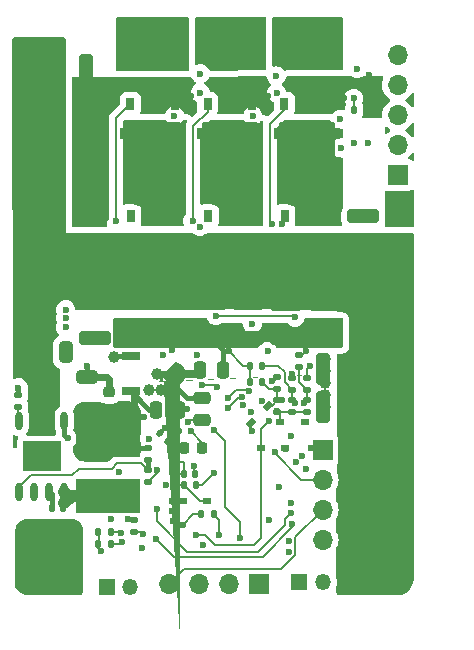
<source format=gtl>
G04 #@! TF.GenerationSoftware,KiCad,Pcbnew,8.0.4*
G04 #@! TF.CreationDate,2024-09-18T18:28:32+10:00*
G04 #@! TF.ProjectId,ESC,4553432e-6b69-4636-9164-5f7063625858,rev?*
G04 #@! TF.SameCoordinates,Original*
G04 #@! TF.FileFunction,Copper,L1,Top*
G04 #@! TF.FilePolarity,Positive*
%FSLAX46Y46*%
G04 Gerber Fmt 4.6, Leading zero omitted, Abs format (unit mm)*
G04 Created by KiCad (PCBNEW 8.0.4) date 2024-09-18 18:28:32*
%MOMM*%
%LPD*%
G01*
G04 APERTURE LIST*
G04 Aperture macros list*
%AMRoundRect*
0 Rectangle with rounded corners*
0 $1 Rounding radius*
0 $2 $3 $4 $5 $6 $7 $8 $9 X,Y pos of 4 corners*
0 Add a 4 corners polygon primitive as box body*
4,1,4,$2,$3,$4,$5,$6,$7,$8,$9,$2,$3,0*
0 Add four circle primitives for the rounded corners*
1,1,$1+$1,$2,$3*
1,1,$1+$1,$4,$5*
1,1,$1+$1,$6,$7*
1,1,$1+$1,$8,$9*
0 Add four rect primitives between the rounded corners*
20,1,$1+$1,$2,$3,$4,$5,0*
20,1,$1+$1,$4,$5,$6,$7,0*
20,1,$1+$1,$6,$7,$8,$9,0*
20,1,$1+$1,$8,$9,$2,$3,0*%
%AMRotRect*
0 Rectangle, with rotation*
0 The origin of the aperture is its center*
0 $1 length*
0 $2 width*
0 $3 Rotation angle, in degrees counterclockwise*
0 Add horizontal line*
21,1,$1,$2,0,0,$3*%
%AMFreePoly0*
4,1,37,-1.494645,2.535355,-1.480000,2.500000,-1.480000,2.080000,1.480000,2.080000,1.480000,2.500000,1.494645,2.535355,1.530000,2.550000,2.280000,2.550000,2.315355,2.535355,2.330000,2.500000,2.330000,-0.650000,2.750000,-0.650000,2.785355,-0.664645,2.800000,-0.700000,2.800000,-1.600000,2.785355,-1.635355,2.750000,-1.650000,2.330000,-1.650000,2.330000,-2.030000,2.315355,-2.065355,
2.280000,-2.080000,-2.280000,-2.080000,-2.315355,-2.065355,-2.330000,-2.030000,-2.330000,-1.650000,-2.760000,-1.650000,-2.795355,-1.635355,-2.810000,-1.600000,-2.810000,-0.700000,-2.795355,-0.664645,-2.760000,-0.650000,-2.330000,-0.650000,-2.330000,2.500000,-2.315355,2.535355,-2.280000,2.550000,-1.530000,2.550000,-1.494645,2.535355,-1.494645,2.535355,$1*%
%AMFreePoly1*
4,1,149,1.029806,0.999029,1.079806,0.989029,1.082127,0.988507,1.120971,0.978796,1.169806,0.969029,1.172127,0.968507,1.252127,0.948507,1.262361,0.944721,1.297451,0.927176,1.332127,0.918507,1.342361,0.914721,1.422361,0.874721,1.430000,0.870000,1.466394,0.842704,1.502361,0.824721,1.515355,0.815355,1.542840,0.787870,1.580000,0.760000,1.585355,0.755355,1.705355,0.635355,
1.710000,0.630000,1.737870,0.592840,1.765355,0.565355,1.774721,0.552361,1.834721,0.432361,1.838507,0.422127,1.849039,0.380000,3.510000,0.380000,3.545355,0.365355,3.560000,0.330000,3.560000,-0.330000,3.545355,-0.365355,3.510000,-0.380000,1.849039,-0.380000,1.838507,-0.422127,1.834721,-0.432361,1.774721,-0.552361,1.765355,-0.565355,1.737870,-0.592840,1.710000,-0.630000,
1.705355,-0.635355,1.647870,-0.692840,1.620000,-0.730000,1.607735,-0.741603,1.578884,-0.760837,1.542840,-0.787870,1.515355,-0.815355,1.502361,-0.824721,1.466394,-0.842704,1.430000,-0.870000,1.422361,-0.874721,1.342361,-0.914721,1.332127,-0.918507,1.297451,-0.927176,1.262361,-0.944721,1.252127,-0.948507,1.172127,-0.968507,1.169806,-0.969029,1.120971,-0.978796,1.082127,-0.988507,
1.079806,-0.989029,1.029806,-0.999029,1.020000,-1.000000,-1.010000,-1.000000,-1.022127,-0.998507,-1.060971,-0.988796,-1.109806,-0.979029,-1.112127,-0.978507,-1.190971,-0.958796,-1.239806,-0.949029,-1.252361,-0.944721,-1.287451,-0.927176,-1.322127,-0.918507,-1.332361,-0.914721,-1.412361,-0.874721,-1.420000,-0.870000,-1.458884,-0.840837,-1.487735,-0.821603,-1.490000,-0.820000,-1.530000,-0.790000,
-1.535355,-0.785355,-1.559617,-0.761093,-1.592361,-0.744721,-1.610000,-0.730000,-1.637870,-0.692840,-1.695355,-0.635355,-1.700000,-0.630000,-1.730000,-0.590000,-1.731603,-0.587735,-1.751603,-0.557735,-1.754721,-0.552361,-1.772704,-0.516394,-1.800000,-0.480000,-1.804721,-0.472361,-1.844721,-0.392361,-1.848507,-0.382127,-1.857176,-0.347451,-1.874721,-0.312361,-1.879029,-0.299806,-1.888796,-0.250971,
-1.908507,-0.172127,-1.910000,-0.160000,-1.910000,-0.116155,-1.918507,-0.082127,-1.920000,-0.070000,-1.920000,0.070000,-1.918507,0.082127,-1.910000,0.116155,-1.910000,0.150000,-1.909029,0.159806,-1.899029,0.209806,-1.898507,0.212127,-1.878507,0.292127,-1.876424,0.298570,-1.857683,0.345421,-1.848507,0.382127,-1.844721,0.392361,-1.804721,0.472361,-1.800000,0.480000,-1.772704,0.516394,
-1.754721,0.552361,-1.751603,0.557735,-1.731603,0.587735,-1.730000,0.590000,-1.700000,0.630000,-1.695355,0.635355,-1.605355,0.725355,-1.600000,0.730000,-1.562840,0.757870,-1.535355,0.785355,-1.530000,0.790000,-1.490000,0.820000,-1.487735,0.821603,-1.458884,0.840837,-1.420000,0.870000,-1.412361,0.874721,-1.332361,0.914721,-1.322127,0.918507,-1.287451,0.927176,-1.252361,0.944721,
-1.239806,0.949029,-1.190971,0.958796,-1.112127,0.978507,-1.109806,0.979029,-1.060971,0.988796,-1.022127,0.998507,-1.010000,1.000000,1.020000,1.000000,1.029806,0.999029,1.029806,0.999029,$1*%
G04 Aperture macros list end*
G04 #@! TA.AperFunction,ComponentPad*
%ADD10R,1.700000X1.700000*%
G04 #@! TD*
G04 #@! TA.AperFunction,ComponentPad*
%ADD11O,1.700000X1.700000*%
G04 #@! TD*
G04 #@! TA.AperFunction,SMDPad,CuDef*
%ADD12R,0.750000X1.000000*%
G04 #@! TD*
G04 #@! TA.AperFunction,SMDPad,CuDef*
%ADD13FreePoly0,180.000000*%
G04 #@! TD*
G04 #@! TA.AperFunction,SMDPad,CuDef*
%ADD14RoundRect,0.135000X0.185000X-0.135000X0.185000X0.135000X-0.185000X0.135000X-0.185000X-0.135000X0*%
G04 #@! TD*
G04 #@! TA.AperFunction,SMDPad,CuDef*
%ADD15R,5.500000X3.000000*%
G04 #@! TD*
G04 #@! TA.AperFunction,SMDPad,CuDef*
%ADD16RoundRect,0.135000X-0.135000X-0.185000X0.135000X-0.185000X0.135000X0.185000X-0.135000X0.185000X0*%
G04 #@! TD*
G04 #@! TA.AperFunction,SMDPad,CuDef*
%ADD17RoundRect,0.250000X-1.100000X0.325000X-1.100000X-0.325000X1.100000X-0.325000X1.100000X0.325000X0*%
G04 #@! TD*
G04 #@! TA.AperFunction,SMDPad,CuDef*
%ADD18RoundRect,0.140000X-0.140000X-0.170000X0.140000X-0.170000X0.140000X0.170000X-0.140000X0.170000X0*%
G04 #@! TD*
G04 #@! TA.AperFunction,SMDPad,CuDef*
%ADD19RoundRect,0.250000X-0.250000X-0.475000X0.250000X-0.475000X0.250000X0.475000X-0.250000X0.475000X0*%
G04 #@! TD*
G04 #@! TA.AperFunction,SMDPad,CuDef*
%ADD20O,0.600000X1.600000*%
G04 #@! TD*
G04 #@! TA.AperFunction,SMDPad,CuDef*
%ADD21R,3.200000X2.500000*%
G04 #@! TD*
G04 #@! TA.AperFunction,SMDPad,CuDef*
%ADD22R,1.580000X0.670000*%
G04 #@! TD*
G04 #@! TA.AperFunction,SMDPad,CuDef*
%ADD23FreePoly1,180.000000*%
G04 #@! TD*
G04 #@! TA.AperFunction,SMDPad,CuDef*
%ADD24RoundRect,0.250000X-0.325000X-0.650000X0.325000X-0.650000X0.325000X0.650000X-0.325000X0.650000X0*%
G04 #@! TD*
G04 #@! TA.AperFunction,SMDPad,CuDef*
%ADD25R,0.780000X0.500000*%
G04 #@! TD*
G04 #@! TA.AperFunction,SMDPad,CuDef*
%ADD26RoundRect,0.140000X0.219203X0.021213X0.021213X0.219203X-0.219203X-0.021213X-0.021213X-0.219203X0*%
G04 #@! TD*
G04 #@! TA.AperFunction,SMDPad,CuDef*
%ADD27RoundRect,0.250000X1.100000X-0.325000X1.100000X0.325000X-1.100000X0.325000X-1.100000X-0.325000X0*%
G04 #@! TD*
G04 #@! TA.AperFunction,SMDPad,CuDef*
%ADD28RoundRect,0.225000X-0.225000X-0.250000X0.225000X-0.250000X0.225000X0.250000X-0.225000X0.250000X0*%
G04 #@! TD*
G04 #@! TA.AperFunction,SMDPad,CuDef*
%ADD29RoundRect,0.250000X0.325000X1.100000X-0.325000X1.100000X-0.325000X-1.100000X0.325000X-1.100000X0*%
G04 #@! TD*
G04 #@! TA.AperFunction,SMDPad,CuDef*
%ADD30RoundRect,0.135000X-0.185000X0.135000X-0.185000X-0.135000X0.185000X-0.135000X0.185000X0.135000X0*%
G04 #@! TD*
G04 #@! TA.AperFunction,SMDPad,CuDef*
%ADD31RoundRect,0.250000X-0.325000X-1.100000X0.325000X-1.100000X0.325000X1.100000X-0.325000X1.100000X0*%
G04 #@! TD*
G04 #@! TA.AperFunction,SMDPad,CuDef*
%ADD32RoundRect,0.225000X-0.250000X0.225000X-0.250000X-0.225000X0.250000X-0.225000X0.250000X0.225000X0*%
G04 #@! TD*
G04 #@! TA.AperFunction,SMDPad,CuDef*
%ADD33RoundRect,0.250000X-0.650000X0.325000X-0.650000X-0.325000X0.650000X-0.325000X0.650000X0.325000X0*%
G04 #@! TD*
G04 #@! TA.AperFunction,ComponentPad*
%ADD34R,1.350000X1.350000*%
G04 #@! TD*
G04 #@! TA.AperFunction,ComponentPad*
%ADD35O,1.350000X1.350000*%
G04 #@! TD*
G04 #@! TA.AperFunction,SMDPad,CuDef*
%ADD36RoundRect,0.140000X-0.170000X0.140000X-0.170000X-0.140000X0.170000X-0.140000X0.170000X0.140000X0*%
G04 #@! TD*
G04 #@! TA.AperFunction,SMDPad,CuDef*
%ADD37RotRect,0.780000X0.500000X225.000000*%
G04 #@! TD*
G04 #@! TA.AperFunction,SMDPad,CuDef*
%ADD38RoundRect,0.135000X0.135000X0.185000X-0.135000X0.185000X-0.135000X-0.185000X0.135000X-0.185000X0*%
G04 #@! TD*
G04 #@! TA.AperFunction,SMDPad,CuDef*
%ADD39RoundRect,0.250000X-0.475000X0.250000X-0.475000X-0.250000X0.475000X-0.250000X0.475000X0.250000X0*%
G04 #@! TD*
G04 #@! TA.AperFunction,ViaPad*
%ADD40C,0.600000*%
G04 #@! TD*
G04 #@! TA.AperFunction,ViaPad*
%ADD41C,1.000000*%
G04 #@! TD*
G04 #@! TA.AperFunction,Conductor*
%ADD42C,0.200000*%
G04 #@! TD*
G04 #@! TA.AperFunction,Conductor*
%ADD43C,0.400000*%
G04 #@! TD*
G04 #@! TA.AperFunction,Conductor*
%ADD44C,0.600000*%
G04 #@! TD*
G04 #@! TA.AperFunction,Conductor*
%ADD45C,1.000000*%
G04 #@! TD*
G04 APERTURE END LIST*
D10*
X121750000Y-63170000D03*
D11*
X121750000Y-65710000D03*
X121750000Y-68250000D03*
X121750000Y-70790000D03*
D12*
X109335000Y-43380000D03*
X108065000Y-43380000D03*
X106805000Y-43380000D03*
X105535000Y-43380000D03*
D13*
X107435000Y-47000000D03*
D14*
X117925000Y-59959999D03*
X117925000Y-58940001D03*
D10*
X128125000Y-39900000D03*
D11*
X128125000Y-37360000D03*
X128125000Y-34820000D03*
X128125000Y-32280000D03*
X128125000Y-29740000D03*
D15*
X103600000Y-67030000D03*
X103600000Y-62370000D03*
D16*
X115630000Y-56025000D03*
X116650000Y-56025000D03*
D10*
X116390000Y-74500000D03*
D11*
X113850000Y-74500000D03*
X111310001Y-74500000D03*
X108770000Y-74500000D03*
D14*
X119175000Y-59969998D03*
X119175000Y-58950000D03*
D17*
X112270000Y-50720000D03*
X112270000Y-53670000D03*
D18*
X98840000Y-68100000D03*
X99800000Y-68100000D03*
D19*
X107675000Y-59750000D03*
X109575000Y-59750000D03*
D20*
X99894988Y-60700000D03*
X98624988Y-60700000D03*
X97354988Y-60700000D03*
X96084988Y-60700000D03*
X96084988Y-66700000D03*
X97354988Y-66700000D03*
X98624988Y-66700000D03*
X99894988Y-66700000D03*
D21*
X97994988Y-63700000D03*
D22*
X105540000Y-55200000D03*
D23*
X108260000Y-56700000D03*
D22*
X105540000Y-58200000D03*
D14*
X117925000Y-58050000D03*
X117925000Y-57030002D03*
D16*
X102780002Y-70100000D03*
X103800000Y-70100000D03*
D24*
X97049998Y-54900000D03*
X100000000Y-54900000D03*
D14*
X96000000Y-59519998D03*
X96000000Y-58500000D03*
D25*
X109900000Y-67500000D03*
X111980000Y-67500000D03*
D18*
X110040000Y-66175000D03*
X111000000Y-66175000D03*
D12*
X109275000Y-33860000D03*
X108005000Y-33860000D03*
X106745000Y-33860000D03*
X105475000Y-33860000D03*
D13*
X107375000Y-37480000D03*
D25*
X116525000Y-63025000D03*
X118605000Y-63025000D03*
D26*
X108675000Y-62400000D03*
X107996178Y-61721178D03*
D27*
X125200000Y-46350002D03*
X125200000Y-43400000D03*
D16*
X111500000Y-68600000D03*
X112520000Y-68600000D03*
D28*
X110025000Y-63000000D03*
X111575000Y-63000000D03*
D16*
X115605000Y-57450000D03*
X116625000Y-57450000D03*
D17*
X121975000Y-50824998D03*
X121975000Y-53775000D03*
X109000000Y-50749998D03*
X109000000Y-53700000D03*
D29*
X124750002Y-56300000D03*
X121800000Y-56300000D03*
D30*
X106950000Y-64890001D03*
X106950000Y-65909999D03*
D18*
X124440000Y-34400000D03*
X125400000Y-34400000D03*
D31*
X98775000Y-34225000D03*
X101725000Y-34225000D03*
X98775000Y-37500000D03*
X101725000Y-37500000D03*
D27*
X102300000Y-46250002D03*
X102300000Y-43300000D03*
D19*
X111400000Y-56400000D03*
X113300000Y-56400000D03*
D17*
X105725000Y-50749999D03*
X105725000Y-53700001D03*
D12*
X122315606Y-33860000D03*
X121045606Y-33860000D03*
X119785606Y-33860000D03*
X118515606Y-33860000D03*
D13*
X120415606Y-37480000D03*
D25*
X118185000Y-60800000D03*
X120265000Y-60800000D03*
D14*
X120425000Y-59969998D03*
X120425000Y-58950000D03*
D17*
X102500000Y-50749998D03*
X102500000Y-53700000D03*
D32*
X103680000Y-58290000D03*
X103680000Y-59840000D03*
D17*
X118700000Y-50775000D03*
X118700000Y-53725002D03*
D12*
X122375606Y-43380000D03*
X121105606Y-43380000D03*
X119845606Y-43380000D03*
X118575606Y-43380000D03*
D13*
X120475606Y-47000000D03*
D17*
X115480000Y-50740000D03*
X115480000Y-53690000D03*
D30*
X119750000Y-55130002D03*
X119750000Y-56150000D03*
D18*
X110000000Y-65200000D03*
X110960000Y-65200000D03*
D12*
X115875606Y-43380000D03*
X114605606Y-43380000D03*
X113345606Y-43380000D03*
X112075606Y-43380000D03*
D13*
X113975606Y-47000000D03*
D33*
X101800000Y-56975000D03*
X101800000Y-59925000D03*
D31*
X98800000Y-40750000D03*
X101750000Y-40750000D03*
D34*
X103475000Y-74750000D03*
D35*
X105475001Y-74750000D03*
D12*
X115815606Y-33860000D03*
X114545606Y-33860000D03*
X113285606Y-33860000D03*
X112015606Y-33860000D03*
D13*
X113915606Y-37480000D03*
D30*
X107000000Y-62980002D03*
X107000000Y-64000000D03*
D14*
X119175000Y-58069998D03*
X119175000Y-57050000D03*
D36*
X105800000Y-69120000D03*
X105800000Y-70080000D03*
D14*
X120425000Y-58060000D03*
X120425000Y-57040000D03*
D37*
X117170782Y-59429218D03*
X115700000Y-60900000D03*
D29*
X124750002Y-59500000D03*
X121800000Y-59500000D03*
D38*
X103800000Y-71100000D03*
X102780002Y-71100000D03*
D39*
X111525000Y-58750002D03*
X111525000Y-60650000D03*
D34*
X119775000Y-74350000D03*
D35*
X121775001Y-74350000D03*
D31*
X98750000Y-31000000D03*
X101700000Y-31000000D03*
D40*
X120005848Y-63671266D03*
X120742897Y-63025000D03*
X117711912Y-63314436D03*
X106597938Y-60376804D03*
D41*
X104700000Y-59900000D03*
D40*
X117200000Y-69100000D03*
X120265000Y-60800000D03*
X109208832Y-65125000D03*
X106500000Y-71500000D03*
D41*
X108100000Y-58100000D03*
X107760445Y-56760445D03*
D40*
X109000000Y-63700000D03*
X115833585Y-34873678D03*
X125600003Y-37200000D03*
X115761029Y-61536029D03*
X109900000Y-69500000D03*
X109217342Y-34860001D03*
X104500000Y-65000000D03*
X104800000Y-71000000D03*
D41*
X107100000Y-58100000D03*
D40*
X123230492Y-35157378D03*
X105300000Y-69030002D03*
X118625000Y-63125000D03*
X109000000Y-67499997D03*
X120183356Y-59201882D03*
X117229006Y-60700000D03*
X119383355Y-59200099D03*
X111057769Y-70368320D03*
X108461029Y-66161029D03*
X118355000Y-58921556D03*
X117925000Y-59873189D03*
X109100000Y-69200000D03*
X105535000Y-43380000D03*
D41*
X119200000Y-40400000D03*
X120000000Y-42000000D03*
X120000000Y-41200000D03*
X120800000Y-42000000D03*
X121600000Y-42000000D03*
X119200000Y-41200000D03*
X121600000Y-40400000D03*
X119200000Y-42000000D03*
X120800000Y-40400000D03*
D40*
X120700000Y-56075000D03*
D41*
X121600000Y-41200000D03*
D40*
X112750000Y-51800000D03*
X119425000Y-51950000D03*
D41*
X120800000Y-41200000D03*
X120000000Y-40400000D03*
X127650000Y-47150000D03*
X127650000Y-53150000D03*
X126650000Y-55150000D03*
X126650000Y-67150000D03*
X127650000Y-61150000D03*
D40*
X127000000Y-69500000D03*
X127000000Y-73500000D03*
D41*
X125650000Y-61150000D03*
D40*
X127000000Y-74500000D03*
D41*
X125650000Y-49150000D03*
X125650000Y-63150000D03*
X125650000Y-55150000D03*
X127650000Y-59150000D03*
D40*
X124600000Y-69500000D03*
D41*
X127650000Y-49150000D03*
X127650000Y-51150000D03*
D40*
X128600000Y-72500000D03*
D41*
X125650000Y-65150000D03*
D40*
X125400000Y-70500000D03*
D41*
X125650000Y-47150000D03*
X125650000Y-67150000D03*
D40*
X127000000Y-71500000D03*
X127800000Y-73500000D03*
X128600000Y-70500000D03*
X125400000Y-72500000D03*
D41*
X126650000Y-57150000D03*
X125650000Y-57150000D03*
D40*
X126200000Y-71500000D03*
D41*
X126650000Y-47150000D03*
X125650000Y-53150000D03*
X127650000Y-57150000D03*
X125650000Y-51150000D03*
X126650000Y-53150000D03*
D40*
X127800000Y-71500000D03*
X128600000Y-69500000D03*
X125400000Y-73500000D03*
X124600000Y-72500000D03*
X124600000Y-70500000D03*
D41*
X126650000Y-63150000D03*
D40*
X126200000Y-72500000D03*
X125400000Y-69500000D03*
D41*
X127650000Y-67150000D03*
X126650000Y-49150000D03*
D40*
X126200000Y-73500000D03*
X127800000Y-74500000D03*
D41*
X126650000Y-51150000D03*
X127650000Y-63150000D03*
D40*
X124600000Y-74500000D03*
X127800000Y-69500000D03*
X127800000Y-72500000D03*
D41*
X127650000Y-65150000D03*
D40*
X124600000Y-71500000D03*
X124600000Y-73500000D03*
D41*
X126650000Y-59150000D03*
D40*
X125400000Y-71500000D03*
X126200000Y-69500000D03*
D41*
X127650000Y-55150000D03*
D40*
X127800000Y-70500000D03*
X125400000Y-74500000D03*
X127000000Y-72500000D03*
X128600000Y-73500000D03*
X128600000Y-71500000D03*
D41*
X126650000Y-61150000D03*
X126650000Y-65150000D03*
D40*
X128600000Y-74500000D03*
X126200000Y-74500000D03*
X127000000Y-70500000D03*
D41*
X125650000Y-59150000D03*
D40*
X126200000Y-70500000D03*
X115547697Y-58220000D03*
X113755641Y-58751697D03*
X119155000Y-56772505D03*
D41*
X114300000Y-42000000D03*
D40*
X111393841Y-44274838D03*
D41*
X115100000Y-40400000D03*
X114300000Y-40400000D03*
X112700000Y-40400000D03*
X112700000Y-42000000D03*
X115100000Y-41200000D03*
D40*
X115807105Y-52507105D03*
D41*
X113500000Y-40400000D03*
X115100000Y-42000000D03*
X114300000Y-41200000D03*
X113500000Y-41200000D03*
X112700000Y-41200000D03*
X113500000Y-42000000D03*
X106950000Y-41200000D03*
X107750000Y-40400000D03*
D40*
X117096016Y-54803984D03*
D41*
X106950000Y-40400000D03*
X106150000Y-41200000D03*
X106950000Y-42000000D03*
D40*
X117483299Y-57331354D03*
D41*
X106150000Y-40400000D03*
X108550000Y-40400000D03*
X108550000Y-41200000D03*
X107750000Y-41200000D03*
X106150000Y-42000000D03*
X107750000Y-42000000D03*
X108550000Y-42000000D03*
D40*
X112520751Y-61446372D03*
X114725000Y-70600000D03*
X109000000Y-54700000D03*
X99100000Y-63000000D03*
X100500000Y-71000000D03*
X104900000Y-53700000D03*
X100000000Y-52000000D03*
X98000000Y-63000000D03*
D41*
X122075000Y-32200000D03*
D40*
X99000000Y-70000000D03*
X114600000Y-33100000D03*
X125700000Y-31400000D03*
X123600000Y-33400000D03*
X99000000Y-74000000D03*
X116585353Y-58985357D03*
X99750000Y-70000000D03*
X126200000Y-43500000D03*
X98250000Y-74000000D03*
D41*
X122000000Y-57500000D03*
X101500000Y-42500000D03*
D40*
X118900000Y-70875000D03*
X110650000Y-33200000D03*
X114000000Y-33100000D03*
X108628909Y-60150000D03*
X112575735Y-65150735D03*
X108400000Y-61300000D03*
X99750000Y-72000000D03*
X125300000Y-43500000D03*
D41*
X122000000Y-58500000D03*
D40*
X110881052Y-64570420D03*
X99750000Y-75000000D03*
D41*
X103000000Y-34000000D03*
D40*
X97500000Y-71000000D03*
X97500000Y-70000000D03*
X124300000Y-43500000D03*
X110598138Y-61577104D03*
D41*
X114250000Y-32250000D03*
X103000000Y-38500000D03*
D40*
X124400000Y-37200000D03*
X123300000Y-37600000D03*
X100500000Y-70000000D03*
X99100000Y-64500000D03*
X97500000Y-74000000D03*
X99000000Y-72000000D03*
X100200000Y-62200000D03*
D41*
X108000000Y-32250000D03*
D40*
X97500000Y-75000000D03*
X98250000Y-71000000D03*
D41*
X113000000Y-32250000D03*
D40*
X96750000Y-73000000D03*
D41*
X101500000Y-37000000D03*
D40*
X108280000Y-55120000D03*
X96750000Y-75000000D03*
X101700000Y-53700000D03*
X100500000Y-72000000D03*
X99750000Y-71000000D03*
X98250000Y-73000000D03*
X99000000Y-75000000D03*
X108200000Y-53700000D03*
D41*
X101500000Y-35500000D03*
D40*
X96900000Y-63000000D03*
X101800000Y-56100000D03*
X96900000Y-64500000D03*
X107500000Y-33100000D03*
X108100000Y-33100000D03*
X120329325Y-54819328D03*
X99000000Y-73000000D03*
X105600000Y-53700000D03*
X99000000Y-71000000D03*
X96750000Y-70000000D03*
X117100000Y-33200000D03*
D41*
X103000000Y-37000000D03*
X101500000Y-34000000D03*
D40*
X100500000Y-75000000D03*
X100000000Y-52800000D03*
X118900000Y-71800000D03*
X96750000Y-72000000D03*
X119063173Y-61963175D03*
X100500000Y-73000000D03*
D41*
X103000000Y-32500000D03*
D40*
X109500000Y-53700000D03*
X103800000Y-69030002D03*
D41*
X119925000Y-32200000D03*
D40*
X100500000Y-74000000D03*
X102400000Y-53700000D03*
D41*
X120975000Y-32200000D03*
D40*
X96750000Y-74000000D03*
X100000000Y-55500000D03*
X115200000Y-33100000D03*
X106900000Y-53700000D03*
D41*
X103000000Y-35500000D03*
D40*
X98250000Y-70000000D03*
X107764645Y-64864644D03*
D41*
X106750000Y-32250000D03*
D40*
X99750000Y-74000000D03*
X113840380Y-54827384D03*
X111100000Y-55100000D03*
X100000000Y-54300000D03*
D41*
X105500000Y-32250000D03*
D40*
X110300000Y-59700000D03*
X107100219Y-62210002D03*
X108700000Y-33100000D03*
D41*
X101500000Y-32500000D03*
X122000000Y-55500000D03*
D40*
X110400000Y-60800000D03*
D41*
X104100000Y-55300000D03*
D40*
X97500000Y-73000000D03*
X103100000Y-53700000D03*
X100000000Y-51300000D03*
X98250000Y-72000000D03*
X97500000Y-72000000D03*
X99750000Y-73000000D03*
D41*
X101500000Y-38500000D03*
D40*
X96000000Y-57900000D03*
X96750000Y-71000000D03*
X104686863Y-70208038D03*
X100000000Y-54900000D03*
D41*
X122000000Y-56500000D03*
D40*
X110200000Y-53700000D03*
X108900000Y-53700000D03*
X106200000Y-53700000D03*
D41*
X122000000Y-59500000D03*
D40*
X98250000Y-75000000D03*
D41*
X103000000Y-42500000D03*
X115500000Y-32250000D03*
D40*
X106511479Y-70288520D03*
X98000000Y-64500000D03*
X114905640Y-58653521D03*
X113755641Y-59600224D03*
X112780761Y-57850000D03*
X111580761Y-57700000D03*
X124700000Y-30875000D03*
X111600000Y-71250000D03*
X117858908Y-32946904D03*
X111400026Y-32921682D03*
X124400003Y-33400000D03*
X117838095Y-31491535D03*
X109000000Y-68300000D03*
X109600000Y-61600000D03*
X111400000Y-31300000D03*
X107680197Y-70688623D03*
X119194494Y-69448981D03*
X118065748Y-66309252D03*
X119075000Y-67650000D03*
X115660500Y-59996356D03*
X120325000Y-64825000D03*
X119500000Y-64225000D03*
X119063235Y-68511765D03*
X107725000Y-68200000D03*
X115059458Y-59395314D03*
X104250000Y-43800000D03*
X112100000Y-43600000D03*
X110750000Y-43800000D03*
X103000000Y-71700000D03*
X118290606Y-44000000D03*
X117490606Y-44000000D03*
X113000000Y-70400000D03*
D41*
X118300000Y-27200000D03*
X121600000Y-29400000D03*
X122700000Y-29400000D03*
X120500000Y-27200000D03*
X119400000Y-28300000D03*
X122700000Y-28300000D03*
X119400000Y-29400000D03*
X120500000Y-29400000D03*
X118300000Y-29400000D03*
X121600000Y-27200000D03*
X122700000Y-27200000D03*
X119400000Y-27200000D03*
X118300000Y-28300000D03*
X120500000Y-28300000D03*
X121600000Y-28300000D03*
X115100000Y-27200000D03*
X114000000Y-27200000D03*
X112900000Y-27200000D03*
X111800000Y-28300000D03*
X116200000Y-28300000D03*
X115100000Y-29400000D03*
X112900000Y-29400000D03*
X111800000Y-27200000D03*
X112900000Y-28300000D03*
X116200000Y-29400000D03*
X116200000Y-27200000D03*
X111800000Y-29400000D03*
X114000000Y-29400000D03*
X114000000Y-28300000D03*
X115100000Y-28300000D03*
X108400000Y-29400000D03*
X106200000Y-28300000D03*
X109500000Y-29400000D03*
X106200000Y-29400000D03*
X108400000Y-27200000D03*
X105100000Y-29400000D03*
X109500000Y-28300000D03*
X107300000Y-28300000D03*
X107300000Y-29400000D03*
X106200000Y-27200000D03*
X109500000Y-27200000D03*
X108400000Y-28300000D03*
X105100000Y-27200000D03*
X107300000Y-27200000D03*
X105100000Y-28300000D03*
D42*
X120742897Y-63025000D02*
X120887897Y-63170000D01*
X120887897Y-63170000D02*
X121750000Y-63170000D01*
X128125000Y-37375000D02*
X128250000Y-37500000D01*
X128125000Y-37360000D02*
X128125000Y-37375000D01*
X119960000Y-65710000D02*
X121750000Y-65710000D01*
X117711912Y-63314436D02*
X117711912Y-63461912D01*
X117711912Y-63461912D02*
X119960000Y-65710000D01*
X110020000Y-73250000D02*
X108770000Y-74500000D01*
X118227818Y-73250000D02*
X110020000Y-73250000D01*
X119450000Y-72027818D02*
X118227818Y-73250000D01*
X119450000Y-70550000D02*
X119450000Y-72027818D01*
X121750000Y-68250000D02*
X119450000Y-70550000D01*
D43*
X107000000Y-62980002D02*
X104210002Y-62980002D01*
D42*
X106597938Y-60376804D02*
X106421134Y-60200000D01*
D43*
X107675000Y-59750000D02*
X107090000Y-59750000D01*
D44*
X105770000Y-60200000D02*
X105770000Y-58430000D01*
X103600000Y-62370000D02*
X105770000Y-60200000D01*
X105770000Y-58430000D02*
X105540000Y-58200000D01*
D43*
X107090000Y-59750000D02*
X105540000Y-58200000D01*
D42*
X106421134Y-60200000D02*
X105770000Y-60200000D01*
D43*
X111525000Y-58750002D02*
X110310002Y-58750002D01*
D42*
X108675000Y-62400000D02*
X108675000Y-63375000D01*
X110800000Y-68600000D02*
X109900000Y-69500000D01*
X108675000Y-63375000D02*
X109000000Y-63700000D01*
X109200000Y-65775000D02*
X109600000Y-66175000D01*
X109208832Y-65125000D02*
X109200000Y-65133832D01*
X115700000Y-61475000D02*
X115700000Y-60900000D01*
X110000000Y-65200000D02*
X110000000Y-64210000D01*
D43*
X111125000Y-56675000D02*
X108285000Y-56675000D01*
D42*
X109283832Y-65200000D02*
X109208832Y-65125000D01*
X109000000Y-63700000D02*
X109500000Y-64200000D01*
X109600000Y-66175000D02*
X110040000Y-66175000D01*
X109500000Y-64200000D02*
X109990000Y-64200000D01*
X110000000Y-64210000D02*
X109990000Y-64200000D01*
X115761029Y-61536029D02*
X115700000Y-61475000D01*
D43*
X110310002Y-58750002D02*
X108260000Y-56700000D01*
D42*
X105300000Y-69030002D02*
X105389998Y-69120000D01*
X105389998Y-69120000D02*
X105800000Y-69120000D01*
X110000000Y-65200000D02*
X109283832Y-65200000D01*
X109200000Y-65133832D02*
X109200000Y-65775000D01*
X111500000Y-68600000D02*
X110800000Y-68600000D01*
X111980000Y-67500000D02*
X111365000Y-67500000D01*
X104700000Y-71100000D02*
X104800000Y-71000000D01*
X103800000Y-71100000D02*
X104700000Y-71100000D01*
X111365000Y-67500000D02*
X110040000Y-66175000D01*
X109000000Y-63700000D02*
X109700000Y-63000000D01*
X119800000Y-57435000D02*
X120425000Y-58060000D01*
X109000003Y-67500000D02*
X109000000Y-67499997D01*
X120425000Y-58960238D02*
X120183356Y-59201882D01*
X119800000Y-56200000D02*
X119800000Y-57435000D01*
X120425000Y-58060000D02*
X120425000Y-58950000D01*
X109900000Y-67500000D02*
X109000003Y-67500000D01*
X118555000Y-57449998D02*
X119175000Y-58069998D01*
X116500000Y-63050000D02*
X116500000Y-63600000D01*
X116525000Y-63025000D02*
X116525000Y-63575000D01*
X117975000Y-56025000D02*
X118555000Y-56605000D01*
X112648529Y-71200000D02*
X111816849Y-70368320D01*
X116500000Y-63600000D02*
X116500000Y-70648529D01*
X117229006Y-60700000D02*
X116525000Y-61404006D01*
X115948529Y-71200000D02*
X112648529Y-71200000D01*
X111816849Y-70368320D02*
X111057769Y-70368320D01*
X116500000Y-70648529D02*
X115948529Y-71200000D01*
X116650000Y-56025000D02*
X117975000Y-56025000D01*
X118555000Y-56605000D02*
X118555000Y-57449998D01*
X119175000Y-58991744D02*
X119383355Y-59200099D01*
X116525000Y-61404006D02*
X116525000Y-63025000D01*
X119175000Y-58069998D02*
X119175000Y-58950000D01*
X116525000Y-63575000D02*
X116500000Y-63600000D01*
X117435783Y-59429218D02*
X117925000Y-58940001D01*
X117170782Y-59429218D02*
X117435783Y-59429218D01*
X117925000Y-58050000D02*
X117925000Y-58940001D01*
X117225000Y-58050000D02*
X117925000Y-58050000D01*
X116625000Y-57450000D02*
X117225000Y-58050000D01*
X118336555Y-58940001D02*
X118355000Y-58921556D01*
X117925000Y-58940001D02*
X118336555Y-58940001D01*
X118185000Y-60219999D02*
X117925000Y-59959999D01*
X119175000Y-59969998D02*
X118021809Y-59969998D01*
X118185000Y-60800000D02*
X118185000Y-60219999D01*
X117925000Y-59959999D02*
X119165001Y-59959999D01*
X117925000Y-59959999D02*
X120415001Y-59959999D01*
X120425000Y-56350000D02*
X120700000Y-56075000D01*
X119425000Y-51950000D02*
X119275000Y-51800000D01*
X119275000Y-51800000D02*
X112750000Y-51800000D01*
X120425000Y-57040000D02*
X120425000Y-56350000D01*
X115431218Y-58103521D02*
X114403817Y-58103521D01*
X114403817Y-58103521D02*
X113755641Y-58751697D01*
X115547697Y-58220000D02*
X115431218Y-58103521D01*
X119175000Y-57050000D02*
X119175000Y-56792505D01*
X119175000Y-56792505D02*
X119155000Y-56772505D01*
X117483299Y-57331354D02*
X117623648Y-57331354D01*
X117623648Y-57331354D02*
X117925000Y-57030002D01*
X114725000Y-70600000D02*
X114725000Y-69245000D01*
X113500000Y-62425621D02*
X112520751Y-61446372D01*
X113500000Y-68020000D02*
X113500000Y-62425621D01*
X114725000Y-69245000D02*
X113500000Y-68020000D01*
X115605000Y-57450000D02*
X115605000Y-56050000D01*
X104578825Y-70100000D02*
X103800000Y-70100000D01*
X119750000Y-55130002D02*
X120018651Y-55130002D01*
D43*
X99894988Y-61894988D02*
X100200000Y-62200000D01*
X101800000Y-56975000D02*
X101800000Y-56100000D01*
X113350000Y-54725000D02*
X112300000Y-53675000D01*
D42*
X106302959Y-70080000D02*
X105800000Y-70080000D01*
X107996178Y-61703822D02*
X108400000Y-61300000D01*
D43*
X105540000Y-55200000D02*
X104200000Y-55200000D01*
D42*
X111000000Y-66175000D02*
X111551470Y-66175000D01*
X111575000Y-63000000D02*
X111575000Y-62553966D01*
X125400000Y-34400000D02*
X126300000Y-34400000D01*
X115037996Y-56025000D02*
X113840380Y-54827384D01*
X107764645Y-64864644D02*
X107764645Y-65105355D01*
D44*
X103525000Y-56975000D02*
X101800000Y-56975000D01*
D43*
X96000000Y-58500000D02*
X96000000Y-57900000D01*
D42*
X106511479Y-70288520D02*
X106302959Y-70080000D01*
D43*
X104200000Y-55200000D02*
X104100000Y-55300000D01*
D44*
X103680000Y-57130000D02*
X103525000Y-56975000D01*
D43*
X113350000Y-56675000D02*
X113350000Y-54725000D01*
D42*
X110881052Y-64570420D02*
X110881052Y-65121052D01*
X111551470Y-66175000D02*
X112575735Y-65150735D01*
X111575000Y-62553966D02*
X110598138Y-61577104D01*
X110400000Y-60800000D02*
X110550000Y-60650000D01*
X110550000Y-60650000D02*
X111525000Y-60650000D01*
X109575000Y-59750000D02*
X110250000Y-59750000D01*
X120018651Y-55130002D02*
X120329325Y-54819328D01*
D43*
X99894988Y-60700000D02*
X99894988Y-61894988D01*
D42*
X115630000Y-56025000D02*
X115037996Y-56025000D01*
X104686863Y-70208038D02*
X104578825Y-70100000D01*
X107764645Y-65105355D02*
X106900000Y-65970000D01*
X110250000Y-59750000D02*
X110300000Y-59700000D01*
D44*
X103680000Y-58290000D02*
X103680000Y-57130000D01*
D42*
X114702344Y-58653521D02*
X113755641Y-59600224D01*
X114905640Y-58653521D02*
X114702344Y-58653521D01*
X111580761Y-57700000D02*
X112630761Y-57700000D01*
X112630761Y-57700000D02*
X112780761Y-57850000D01*
X101098529Y-64751471D02*
X103900000Y-64751471D01*
D43*
X107000000Y-64000000D02*
X107000000Y-64890001D01*
D42*
X103900000Y-64751471D02*
X104371471Y-64280000D01*
X106389999Y-64280000D02*
X107000000Y-64890001D01*
X104371471Y-64280000D02*
X106389999Y-64280000D01*
X96084988Y-66300000D02*
X97084988Y-65300000D01*
X100550000Y-65300000D02*
X101098529Y-64751471D01*
X97084988Y-65300000D02*
X100550000Y-65300000D01*
D45*
X103600000Y-67030000D02*
X100570000Y-67030000D01*
X100570000Y-67030000D02*
X99900000Y-67700000D01*
X103600000Y-67030000D02*
X100224988Y-67030000D01*
X100224988Y-67030000D02*
X99894988Y-66700000D01*
D43*
X98840000Y-66915012D02*
X98624988Y-66700000D01*
X98840000Y-68100000D02*
X98840000Y-66915012D01*
D42*
X96000000Y-59519998D02*
X96000000Y-60910000D01*
X124440000Y-33439997D02*
X124400003Y-33400000D01*
X124440000Y-34400000D02*
X124440000Y-33439997D01*
X116726471Y-72200000D02*
X119194494Y-69731977D01*
X119194494Y-69731977D02*
X119194494Y-69448981D01*
X107680197Y-70688623D02*
X109191574Y-72200000D01*
X109191574Y-72200000D02*
X116726471Y-72200000D01*
X107700000Y-69223529D02*
X110276471Y-71800000D01*
X107725000Y-68200000D02*
X107700000Y-68225000D01*
X118594494Y-69505506D02*
X118594494Y-68980506D01*
X110276471Y-71800000D02*
X116300000Y-71800000D01*
X116300000Y-71800000D02*
X118594494Y-69505506D01*
X107700000Y-68225000D02*
X107700000Y-69223529D01*
X118594494Y-68980506D02*
X119063235Y-68511765D01*
X104250000Y-35085000D02*
X105475000Y-33860000D01*
X104250000Y-43800000D02*
X104250000Y-35085000D01*
X111447026Y-35090000D02*
X111510000Y-35090000D01*
X110790606Y-35746420D02*
X111447026Y-35090000D01*
X111510000Y-35090000D02*
X112015606Y-34584394D01*
X110750000Y-43800000D02*
X110790606Y-43759394D01*
X112015606Y-34584394D02*
X112015606Y-33860000D01*
X110790606Y-43759394D02*
X110790606Y-35746420D01*
X102780002Y-71100000D02*
X102780002Y-71480002D01*
X102800000Y-70000000D02*
X102800000Y-71080002D01*
X102780002Y-71480002D02*
X103000000Y-71700000D01*
X118515606Y-34384394D02*
X118515606Y-33860000D01*
X117490606Y-44000000D02*
X117290606Y-43800000D01*
X117290606Y-43800000D02*
X117290606Y-35609394D01*
X117290606Y-35609394D02*
X118515606Y-34384394D01*
X113000000Y-70400000D02*
X113000000Y-69080000D01*
X113000000Y-69080000D02*
X112520000Y-68600000D01*
G04 #@! TA.AperFunction,Conductor*
G36*
X100506061Y-69000597D02*
G01*
X100682941Y-69018018D01*
X100706769Y-69022757D01*
X100871001Y-69072576D01*
X100893453Y-69081877D01*
X101044798Y-69162772D01*
X101065010Y-69176277D01*
X101197666Y-69285145D01*
X101214854Y-69302333D01*
X101323722Y-69434989D01*
X101337227Y-69455201D01*
X101418121Y-69606543D01*
X101427424Y-69629001D01*
X101477240Y-69793224D01*
X101481982Y-69817065D01*
X101499403Y-69993938D01*
X101500000Y-70006092D01*
X101500000Y-74979693D01*
X101499403Y-74991847D01*
X101481982Y-75168720D01*
X101477240Y-75192561D01*
X101427424Y-75356784D01*
X101418122Y-75379240D01*
X101396477Y-75419737D01*
X101347516Y-75469582D01*
X101287118Y-75485286D01*
X97087713Y-75485286D01*
X97087697Y-75485285D01*
X97018635Y-75485285D01*
X97009790Y-75484969D01*
X96809654Y-75470657D01*
X96792141Y-75468139D01*
X96600419Y-75426433D01*
X96583444Y-75421449D01*
X96491523Y-75387165D01*
X96399599Y-75352879D01*
X96383514Y-75345533D01*
X96211297Y-75251496D01*
X96196421Y-75241935D01*
X96039345Y-75124351D01*
X96025974Y-75112765D01*
X95887234Y-74974025D01*
X95875654Y-74960663D01*
X95774731Y-74825843D01*
X95750316Y-74760380D01*
X95750000Y-74751535D01*
X95750000Y-70006092D01*
X95750597Y-69993938D01*
X95768018Y-69817056D01*
X95772757Y-69793232D01*
X95822577Y-69628994D01*
X95831875Y-69606549D01*
X95912775Y-69455195D01*
X95926272Y-69434995D01*
X96035149Y-69302328D01*
X96052328Y-69285149D01*
X96184995Y-69176272D01*
X96205195Y-69162775D01*
X96356549Y-69081875D01*
X96378994Y-69072577D01*
X96543232Y-69022757D01*
X96567056Y-69018018D01*
X96743939Y-69000597D01*
X96756093Y-69000000D01*
X100493907Y-69000000D01*
X100506061Y-69000597D01*
G37*
G04 #@! TD.AperFunction*
G04 #@! TA.AperFunction,Conductor*
G36*
X105397461Y-59059244D02*
G01*
X105575462Y-59075324D01*
X105599454Y-59079908D01*
X105721331Y-59115949D01*
X105764924Y-59128840D01*
X105787565Y-59138047D01*
X105940219Y-59218483D01*
X105960609Y-59231948D01*
X106001224Y-59264952D01*
X106094521Y-59340765D01*
X106111878Y-59357974D01*
X106221843Y-59490942D01*
X106235487Y-59511219D01*
X106317235Y-59663170D01*
X106326637Y-59685731D01*
X106375656Y-59846393D01*
X106376990Y-59850763D01*
X106381784Y-59874729D01*
X106399396Y-60052559D01*
X106400000Y-60064780D01*
X106400000Y-61784061D01*
X106380996Y-61850030D01*
X106374428Y-61860483D01*
X106314852Y-62030739D01*
X106314849Y-62030752D01*
X106294654Y-62209998D01*
X106294654Y-62210005D01*
X106314849Y-62389251D01*
X106314850Y-62389256D01*
X106374430Y-62559524D01*
X106380992Y-62569967D01*
X106400000Y-62635942D01*
X106400000Y-63143907D01*
X106399403Y-63156062D01*
X106381981Y-63332938D01*
X106377239Y-63356777D01*
X106365682Y-63394877D01*
X106334704Y-63446563D01*
X106308865Y-63472401D01*
X106308861Y-63472407D01*
X106223160Y-63617322D01*
X106220507Y-63615753D01*
X106184986Y-63658449D01*
X106118355Y-63679475D01*
X106115866Y-63679500D01*
X104458141Y-63679500D01*
X104458125Y-63679499D01*
X104450529Y-63679499D01*
X104292414Y-63679499D01*
X104216050Y-63699961D01*
X104139685Y-63720423D01*
X104139680Y-63720426D01*
X104002761Y-63799475D01*
X104002753Y-63799481D01*
X103826367Y-63975868D01*
X103723911Y-64078325D01*
X103688555Y-64113681D01*
X103627232Y-64147166D01*
X103600874Y-64150000D01*
X101646197Y-64150000D01*
X101634119Y-64149410D01*
X101458350Y-64132208D01*
X101434653Y-64127525D01*
X101271373Y-64078325D01*
X101249034Y-64069137D01*
X101098389Y-63989214D01*
X101078255Y-63975868D01*
X100945964Y-63868256D01*
X100928798Y-63851260D01*
X100885819Y-63799481D01*
X100819881Y-63720041D01*
X100806338Y-63700041D01*
X100724926Y-63550190D01*
X100715521Y-63527954D01*
X100664705Y-63365162D01*
X100659788Y-63341515D01*
X100640846Y-63165917D01*
X100640137Y-63153846D01*
X100640039Y-63143907D01*
X100638019Y-62939942D01*
X100657038Y-62872716D01*
X100696044Y-62833723D01*
X100702262Y-62829816D01*
X100829816Y-62702262D01*
X100925789Y-62549522D01*
X100985368Y-62379255D01*
X100985369Y-62379249D01*
X101005565Y-62200003D01*
X101005565Y-62199996D01*
X100985369Y-62020750D01*
X100985368Y-62020745D01*
X100925788Y-61850476D01*
X100884056Y-61784061D01*
X100829816Y-61697738D01*
X100702262Y-61570184D01*
X100697338Y-61565260D01*
X100698755Y-61563842D01*
X100664271Y-61514701D01*
X100661428Y-61444890D01*
X100663070Y-61438950D01*
X100664722Y-61433503D01*
X100664725Y-61433497D01*
X100670506Y-61404437D01*
X100695487Y-61278846D01*
X100695488Y-61278844D01*
X100695488Y-60121155D01*
X100695487Y-60121153D01*
X100664727Y-59966511D01*
X100664726Y-59966509D01*
X100664725Y-59966503D01*
X100649062Y-59928690D01*
X100641594Y-59859225D01*
X100644615Y-59846415D01*
X100678929Y-59729236D01*
X100688014Y-59706693D01*
X100767545Y-59554439D01*
X100780857Y-59534106D01*
X100888578Y-59400318D01*
X100905609Y-59382968D01*
X101037381Y-59272785D01*
X101057467Y-59259098D01*
X101208219Y-59176762D01*
X101230593Y-59167260D01*
X101394507Y-59115947D01*
X101418314Y-59110994D01*
X101595198Y-59092017D01*
X101607341Y-59091316D01*
X102927689Y-59079933D01*
X102993852Y-59098390D01*
X103121294Y-59176998D01*
X103121297Y-59176999D01*
X103121303Y-59177003D01*
X103282292Y-59230349D01*
X103381655Y-59240500D01*
X103978344Y-59240499D01*
X103978352Y-59240498D01*
X103978355Y-59240498D01*
X104062054Y-59231948D01*
X104077708Y-59230349D01*
X104238697Y-59177003D01*
X104383044Y-59087968D01*
X104383045Y-59087966D01*
X104387443Y-59085254D01*
X104451469Y-59066797D01*
X105385268Y-59058747D01*
X105397461Y-59059244D01*
G37*
G04 #@! TD.AperFunction*
G04 #@! TA.AperFunction,Conductor*
G36*
X111950947Y-52019685D02*
G01*
X111996702Y-52072489D01*
X112000950Y-52083046D01*
X112024210Y-52149521D01*
X112024211Y-52149522D01*
X112120184Y-52302262D01*
X112247738Y-52429816D01*
X112338080Y-52486582D01*
X112370742Y-52507105D01*
X112400478Y-52525789D01*
X112554878Y-52579816D01*
X112570745Y-52585368D01*
X112570750Y-52585369D01*
X112749996Y-52605565D01*
X112750000Y-52605565D01*
X112750004Y-52605565D01*
X112929249Y-52585369D01*
X112929252Y-52585368D01*
X112929255Y-52585368D01*
X113099522Y-52525789D01*
X113252262Y-52429816D01*
X113252267Y-52429810D01*
X113255097Y-52427555D01*
X113257275Y-52426665D01*
X113258158Y-52426111D01*
X113258255Y-52426265D01*
X113319783Y-52401145D01*
X113332412Y-52400500D01*
X114878715Y-52400500D01*
X114945754Y-52420185D01*
X114991509Y-52472989D01*
X115001935Y-52510617D01*
X115021735Y-52686354D01*
X115021736Y-52686359D01*
X115081316Y-52856628D01*
X115177289Y-53009367D01*
X115304843Y-53136921D01*
X115457583Y-53232894D01*
X115627850Y-53292473D01*
X115627855Y-53292474D01*
X115807101Y-53312670D01*
X115807105Y-53312670D01*
X115807109Y-53312670D01*
X115986354Y-53292474D01*
X115986357Y-53292473D01*
X115986360Y-53292473D01*
X116156627Y-53232894D01*
X116309367Y-53136921D01*
X116436921Y-53009367D01*
X116532894Y-52856627D01*
X116592473Y-52686360D01*
X116593664Y-52675789D01*
X116612275Y-52510617D01*
X116639341Y-52446203D01*
X116696936Y-52406647D01*
X116735495Y-52400500D01*
X118694190Y-52400500D01*
X118761229Y-52420185D01*
X118791135Y-52447185D01*
X118795183Y-52452261D01*
X118795184Y-52452262D01*
X118922738Y-52579816D01*
X119075478Y-52675789D01*
X119245745Y-52735368D01*
X119245750Y-52735369D01*
X119424996Y-52755565D01*
X119425000Y-52755565D01*
X119425004Y-52755565D01*
X119604249Y-52735369D01*
X119604252Y-52735368D01*
X119604255Y-52735368D01*
X119774522Y-52675789D01*
X119927262Y-52579816D01*
X120054816Y-52452262D01*
X120150789Y-52299522D01*
X120210368Y-52129255D01*
X120210369Y-52129249D01*
X120212525Y-52110117D01*
X120239591Y-52045703D01*
X120297186Y-52006147D01*
X120335745Y-52000000D01*
X123376000Y-52000000D01*
X123443039Y-52019685D01*
X123488794Y-52072489D01*
X123500000Y-52124000D01*
X123500000Y-54376000D01*
X123480315Y-54443039D01*
X123427511Y-54488794D01*
X123376000Y-54500000D01*
X117918951Y-54500000D01*
X117851912Y-54480315D01*
X117813957Y-54441972D01*
X117725831Y-54301721D01*
X117598278Y-54174168D01*
X117445539Y-54078195D01*
X117275270Y-54018615D01*
X117275265Y-54018614D01*
X117096020Y-53998419D01*
X117096012Y-53998419D01*
X116916766Y-54018614D01*
X116916761Y-54018615D01*
X116746492Y-54078195D01*
X116593753Y-54174168D01*
X116466200Y-54301721D01*
X116378075Y-54441972D01*
X116325740Y-54488263D01*
X116273081Y-54500000D01*
X104124000Y-54500000D01*
X104056961Y-54480315D01*
X104011206Y-54427511D01*
X104000000Y-54376000D01*
X104000000Y-52124000D01*
X104019685Y-52056961D01*
X104072489Y-52011206D01*
X104124000Y-52000000D01*
X111883908Y-52000000D01*
X111950947Y-52019685D01*
G37*
G04 #@! TD.AperFunction*
G04 #@! TA.AperFunction,Conductor*
G36*
X108437677Y-35232207D02*
G01*
X108504650Y-35252108D01*
X108542267Y-35290234D01*
X108569600Y-35333735D01*
X108587526Y-35362263D01*
X108715080Y-35489817D01*
X108867820Y-35585790D01*
X109038087Y-35645369D01*
X109038092Y-35645370D01*
X109217338Y-35665566D01*
X109217342Y-35665566D01*
X109217346Y-35665566D01*
X109396591Y-35645370D01*
X109396594Y-35645369D01*
X109396597Y-35645369D01*
X109566864Y-35585790D01*
X109719604Y-35489817D01*
X109847158Y-35362263D01*
X109889246Y-35295279D01*
X109941579Y-35248990D01*
X109994637Y-35237254D01*
X110176466Y-35237844D01*
X110243438Y-35257744D01*
X110289022Y-35310696D01*
X110298741Y-35379887D01*
X110283448Y-35423842D01*
X110231030Y-35514631D01*
X110231029Y-35514635D01*
X110190105Y-35667363D01*
X110190105Y-35667365D01*
X110190105Y-35835466D01*
X110190106Y-35835479D01*
X110190106Y-43176454D01*
X110170421Y-43243493D01*
X110153787Y-43264135D01*
X110120184Y-43297737D01*
X110024211Y-43450476D01*
X109964631Y-43620745D01*
X109964630Y-43620750D01*
X109944435Y-43799996D01*
X109944435Y-43800003D01*
X109964630Y-43979249D01*
X109964633Y-43979262D01*
X109987185Y-44043709D01*
X109990748Y-44113487D01*
X109956019Y-44174115D01*
X109894026Y-44206342D01*
X109870144Y-44208664D01*
X106500189Y-44208664D01*
X106433150Y-44188979D01*
X106387395Y-44136175D01*
X106377451Y-44067017D01*
X106384007Y-44041331D01*
X106404091Y-43987483D01*
X106410500Y-43927873D01*
X106410499Y-42832128D01*
X106404091Y-42772517D01*
X106353796Y-42637669D01*
X106353795Y-42637668D01*
X106353793Y-42637664D01*
X106267547Y-42522455D01*
X106267544Y-42522452D01*
X106152335Y-42436206D01*
X106152328Y-42436202D01*
X106017482Y-42385908D01*
X106017483Y-42385908D01*
X105957883Y-42379501D01*
X105957881Y-42379500D01*
X105957873Y-42379500D01*
X105957864Y-42379500D01*
X105112129Y-42379500D01*
X105112123Y-42379501D01*
X105052516Y-42385908D01*
X105017833Y-42398845D01*
X104948141Y-42403829D01*
X104886818Y-42370344D01*
X104853334Y-42309020D01*
X104850500Y-42282663D01*
X104850500Y-35385097D01*
X104870185Y-35318058D01*
X104886819Y-35297416D01*
X104926805Y-35257430D01*
X104988128Y-35223945D01*
X105014879Y-35221112D01*
X108437677Y-35232207D01*
G37*
G04 #@! TD.AperFunction*
G04 #@! TA.AperFunction,Conductor*
G36*
X99943039Y-28269685D02*
G01*
X99988794Y-28322489D01*
X100000000Y-28374000D01*
X100000000Y-44800000D01*
X110735563Y-44800000D01*
X110802602Y-44819685D01*
X110823244Y-44836319D01*
X110891579Y-44904654D01*
X111044319Y-45000627D01*
X111214586Y-45060206D01*
X111214591Y-45060207D01*
X111393837Y-45080403D01*
X111393841Y-45080403D01*
X111393845Y-45080403D01*
X111573090Y-45060207D01*
X111573093Y-45060206D01*
X111573096Y-45060206D01*
X111743363Y-45000627D01*
X111896103Y-44904654D01*
X111964438Y-44836319D01*
X112025761Y-44802834D01*
X112052119Y-44800000D01*
X117434253Y-44800000D01*
X117448137Y-44800780D01*
X117490604Y-44805565D01*
X117490606Y-44805565D01*
X117490608Y-44805565D01*
X117533075Y-44800780D01*
X117546959Y-44800000D01*
X118234253Y-44800000D01*
X118248137Y-44800780D01*
X118290604Y-44805565D01*
X118290606Y-44805565D01*
X118290608Y-44805565D01*
X118333075Y-44800780D01*
X118346959Y-44800000D01*
X129375500Y-44800000D01*
X129442539Y-44819685D01*
X129488294Y-44872489D01*
X129499500Y-44924000D01*
X129499500Y-45000000D01*
X123000000Y-45000000D01*
X122979677Y-51300000D01*
X119930863Y-51300000D01*
X119864890Y-51280993D01*
X119774524Y-51224211D01*
X119604254Y-51164631D01*
X119604249Y-51164630D01*
X119425004Y-51144435D01*
X119424996Y-51144435D01*
X119245750Y-51164630D01*
X119245745Y-51164631D01*
X119165983Y-51192542D01*
X119125028Y-51199500D01*
X113332412Y-51199500D01*
X113265373Y-51179815D01*
X113255097Y-51172445D01*
X113252263Y-51170185D01*
X113252262Y-51170184D01*
X113195496Y-51134515D01*
X113099523Y-51074211D01*
X112929254Y-51014631D01*
X112929249Y-51014630D01*
X112750004Y-50994435D01*
X112749996Y-50994435D01*
X112570750Y-51014630D01*
X112570745Y-51014631D01*
X112400476Y-51074211D01*
X112247737Y-51170184D01*
X112154241Y-51263681D01*
X112092918Y-51297166D01*
X112066560Y-51300000D01*
X100916378Y-51300000D01*
X100849339Y-51280315D01*
X100803584Y-51227511D01*
X100793158Y-51189883D01*
X100785369Y-51120749D01*
X100785368Y-51120745D01*
X100725788Y-50950476D01*
X100629815Y-50797737D01*
X100502262Y-50670184D01*
X100349523Y-50574211D01*
X100179254Y-50514631D01*
X100179249Y-50514630D01*
X100000004Y-50494435D01*
X99999996Y-50494435D01*
X99820750Y-50514630D01*
X99820745Y-50514631D01*
X99650476Y-50574211D01*
X99497737Y-50670184D01*
X99370184Y-50797737D01*
X99274211Y-50950476D01*
X99214631Y-51120745D01*
X99214630Y-51120750D01*
X99194435Y-51299996D01*
X99194435Y-51300000D01*
X99214630Y-51479249D01*
X99214632Y-51479257D01*
X99260047Y-51609046D01*
X99263608Y-51678825D01*
X99260047Y-51690954D01*
X99214632Y-51820742D01*
X99214630Y-51820750D01*
X99194435Y-51999996D01*
X99194435Y-52000003D01*
X99214630Y-52179249D01*
X99214633Y-52179262D01*
X99276510Y-52356094D01*
X99274364Y-52356844D01*
X99283962Y-52415144D01*
X99275609Y-52443590D01*
X99276510Y-52443906D01*
X99214633Y-52620737D01*
X99214630Y-52620750D01*
X99194435Y-52799996D01*
X99194435Y-52800003D01*
X99214630Y-52979249D01*
X99214631Y-52979254D01*
X99274211Y-53149523D01*
X99370184Y-53302262D01*
X99421902Y-53353980D01*
X99455387Y-53415303D01*
X99450403Y-53484995D01*
X99408531Y-53540928D01*
X99373229Y-53559366D01*
X99355668Y-53565185D01*
X99355663Y-53565187D01*
X99206342Y-53657289D01*
X99082289Y-53781342D01*
X98990187Y-53930663D01*
X98990186Y-53930666D01*
X98935001Y-54097203D01*
X98935001Y-54097204D01*
X98935000Y-54097204D01*
X98924500Y-54199983D01*
X98924500Y-55600001D01*
X98924501Y-55600018D01*
X98935000Y-55702796D01*
X98935001Y-55702799D01*
X98986609Y-55858538D01*
X98990186Y-55869334D01*
X99082288Y-56018656D01*
X99206344Y-56142712D01*
X99355666Y-56234814D01*
X99415005Y-56254477D01*
X99472449Y-56294248D01*
X99499272Y-56358764D01*
X99500000Y-56372182D01*
X99500000Y-59434889D01*
X99480315Y-59501928D01*
X99444891Y-59537991D01*
X99384699Y-59578210D01*
X99384695Y-59578213D01*
X99273201Y-59689707D01*
X99273198Y-59689711D01*
X99185597Y-59820814D01*
X99185590Y-59820827D01*
X99125252Y-59966498D01*
X99125249Y-59966510D01*
X99094488Y-60121153D01*
X99094488Y-61278846D01*
X99125249Y-61433489D01*
X99125252Y-61433501D01*
X99185049Y-61577864D01*
X99194488Y-61625316D01*
X99194488Y-61825500D01*
X99174803Y-61892539D01*
X99121999Y-61938294D01*
X99070488Y-61949500D01*
X96766929Y-61949500D01*
X96699890Y-61929815D01*
X96654135Y-61877011D01*
X96644191Y-61807853D01*
X96673216Y-61744297D01*
X96679248Y-61737819D01*
X96706774Y-61710292D01*
X96706777Y-61710289D01*
X96794382Y-61579179D01*
X96854725Y-61433497D01*
X96885488Y-61278842D01*
X96885488Y-60121158D01*
X96885488Y-60121155D01*
X96885487Y-60121153D01*
X96881774Y-60102486D01*
X96854725Y-59966503D01*
X96813524Y-59867036D01*
X96806056Y-59797570D01*
X96809011Y-59784987D01*
X96810612Y-59779479D01*
X96817665Y-59755202D01*
X96820500Y-59719179D01*
X96820499Y-59320818D01*
X96817665Y-59284794D01*
X96772869Y-59130605D01*
X96738873Y-59073121D01*
X96721689Y-59005397D01*
X96738873Y-58946877D01*
X96772867Y-58889396D01*
X96772869Y-58889393D01*
X96817665Y-58735204D01*
X96820500Y-58699181D01*
X96820499Y-58300820D01*
X96817665Y-58264796D01*
X96784631Y-58151092D01*
X96784815Y-58086267D01*
X96783819Y-58086040D01*
X96784828Y-58081616D01*
X96784830Y-58081225D01*
X96785130Y-58080296D01*
X96785365Y-58079261D01*
X96785368Y-58079255D01*
X96798092Y-57966329D01*
X96805565Y-57900003D01*
X96805565Y-57899996D01*
X96785369Y-57720750D01*
X96785368Y-57720745D01*
X96776826Y-57696333D01*
X96725789Y-57550478D01*
X96721683Y-57543944D01*
X96629815Y-57397737D01*
X96502262Y-57270184D01*
X96349523Y-57174211D01*
X96179254Y-57114631D01*
X96179249Y-57114630D01*
X96000004Y-57094435D01*
X95999996Y-57094435D01*
X95820750Y-57114630D01*
X95820745Y-57114631D01*
X95674432Y-57165829D01*
X95604653Y-57169390D01*
X95544025Y-57134661D01*
X95511798Y-57072668D01*
X95509477Y-57048834D01*
X95500615Y-28374035D01*
X95520279Y-28306993D01*
X95573069Y-28261222D01*
X95624615Y-28250000D01*
X99876000Y-28250000D01*
X99943039Y-28269685D01*
G37*
G04 #@! TD.AperFunction*
G04 #@! TA.AperFunction,NonConductor*
G36*
X95700313Y-61906746D02*
G01*
X95700434Y-61906521D01*
X95702229Y-61907480D01*
X95703904Y-61908122D01*
X95705800Y-61909389D01*
X95705815Y-61909397D01*
X95800543Y-61948634D01*
X95851491Y-61969737D01*
X95900294Y-61979444D01*
X95962203Y-62011827D01*
X95996778Y-62072543D01*
X95993039Y-62142312D01*
X95975369Y-62175371D01*
X95951194Y-62207664D01*
X95951190Y-62207671D01*
X95900896Y-62342517D01*
X95894489Y-62402116D01*
X95894488Y-62402135D01*
X95894488Y-62876000D01*
X95874803Y-62943039D01*
X95821999Y-62988794D01*
X95770488Y-63000000D01*
X95635280Y-63000000D01*
X95568241Y-62980315D01*
X95522486Y-62927511D01*
X95511280Y-62876038D01*
X95511108Y-62321397D01*
X95511012Y-62011260D01*
X95530676Y-61944216D01*
X95583466Y-61898445D01*
X95652621Y-61888480D01*
X95700313Y-61906746D01*
G37*
G04 #@! TD.AperFunction*
G04 #@! TA.AperFunction,Conductor*
G36*
X110623901Y-31586049D02*
G01*
X110669831Y-31638701D01*
X110674177Y-31649452D01*
X110674212Y-31649524D01*
X110720738Y-31723569D01*
X110770184Y-31802262D01*
X110897738Y-31929816D01*
X110982514Y-31983084D01*
X111018753Y-32005855D01*
X111065044Y-32058190D01*
X111075692Y-32127244D01*
X111047317Y-32191092D01*
X111018753Y-32215842D01*
X110897769Y-32291861D01*
X110897763Y-32291866D01*
X110770210Y-32419419D01*
X110674237Y-32572158D01*
X110614657Y-32742427D01*
X110614656Y-32742432D01*
X110594461Y-32921678D01*
X110594461Y-32921685D01*
X110614656Y-33100931D01*
X110614657Y-33100936D01*
X110674237Y-33271205D01*
X110755162Y-33399996D01*
X110770210Y-33423944D01*
X110897764Y-33551498D01*
X110941939Y-33579255D01*
X111030425Y-33634855D01*
X111050504Y-33647471D01*
X111057060Y-33649765D01*
X111113836Y-33690487D01*
X111139584Y-33755440D01*
X111140106Y-33766807D01*
X111140106Y-34407870D01*
X111140107Y-34407876D01*
X111146515Y-34467488D01*
X111146638Y-34468007D01*
X111146615Y-34468421D01*
X111147344Y-34475196D01*
X111146246Y-34475314D01*
X111142897Y-34537776D01*
X111102029Y-34594447D01*
X111087966Y-34603904D01*
X111078316Y-34609475D01*
X111078307Y-34609482D01*
X110966504Y-34721286D01*
X110779639Y-34908150D01*
X110718316Y-34941635D01*
X110648624Y-34936651D01*
X110610454Y-34913920D01*
X110559982Y-34869900D01*
X110518104Y-34833375D01*
X110518102Y-34833374D01*
X110518101Y-34833373D01*
X110387426Y-34773185D01*
X110387427Y-34773185D01*
X110320446Y-34753282D01*
X110320439Y-34753281D01*
X110178107Y-34732346D01*
X110108265Y-34732119D01*
X110041290Y-34712216D01*
X109995707Y-34659264D01*
X109991627Y-34649074D01*
X109991019Y-34647337D01*
X109943131Y-34510479D01*
X109847158Y-34357739D01*
X109719604Y-34230185D01*
X109566865Y-34134212D01*
X109396596Y-34074632D01*
X109396591Y-34074631D01*
X109217346Y-34054436D01*
X109217338Y-34054436D01*
X109038092Y-34074631D01*
X109038087Y-34074632D01*
X108867818Y-34134212D01*
X108715079Y-34230185D01*
X108587526Y-34357738D01*
X108491553Y-34510477D01*
X108458862Y-34603904D01*
X108448093Y-34634682D01*
X108445076Y-34643303D01*
X108404354Y-34700079D01*
X108339401Y-34725826D01*
X108327632Y-34726347D01*
X106428028Y-34720190D01*
X106361053Y-34700289D01*
X106315469Y-34647337D01*
X106305750Y-34578146D01*
X106312246Y-34552862D01*
X106344091Y-34467483D01*
X106350500Y-34407873D01*
X106350499Y-33312128D01*
X106344091Y-33252517D01*
X106306375Y-33151396D01*
X106293797Y-33117671D01*
X106293793Y-33117664D01*
X106207547Y-33002455D01*
X106207544Y-33002452D01*
X106092335Y-32916206D01*
X106092328Y-32916202D01*
X105957482Y-32865908D01*
X105957483Y-32865908D01*
X105897883Y-32859501D01*
X105897881Y-32859500D01*
X105897873Y-32859500D01*
X105897864Y-32859500D01*
X105052129Y-32859500D01*
X105052123Y-32859501D01*
X104992516Y-32865908D01*
X104857671Y-32916202D01*
X104857664Y-32916206D01*
X104742455Y-33002452D01*
X104742452Y-33002455D01*
X104656206Y-33117664D01*
X104656202Y-33117671D01*
X104605908Y-33252517D01*
X104601188Y-33296426D01*
X104599501Y-33312123D01*
X104599500Y-33312135D01*
X104599500Y-33834901D01*
X104579815Y-33901940D01*
X104563181Y-33922582D01*
X103881286Y-34604478D01*
X103769481Y-34716282D01*
X103769475Y-34716290D01*
X103736630Y-34773181D01*
X103736630Y-34773182D01*
X103690424Y-34853211D01*
X103690423Y-34853212D01*
X103668066Y-34936651D01*
X103649499Y-35005943D01*
X103649499Y-35005945D01*
X103649499Y-35174046D01*
X103649500Y-35174059D01*
X103649500Y-43217587D01*
X103629815Y-43284626D01*
X103622450Y-43294896D01*
X103620186Y-43297734D01*
X103524211Y-43450476D01*
X103464631Y-43620745D01*
X103464630Y-43620750D01*
X103444435Y-43799996D01*
X103444435Y-43800003D01*
X103464630Y-43979249D01*
X103464633Y-43979262D01*
X103517220Y-44129545D01*
X103520782Y-44199324D01*
X103486054Y-44259951D01*
X103424060Y-44292179D01*
X103400179Y-44294500D01*
X100629500Y-44294500D01*
X100562461Y-44274815D01*
X100516706Y-44222011D01*
X100505500Y-44170500D01*
X100505500Y-31723569D01*
X100525185Y-31656530D01*
X100577989Y-31610775D01*
X100629082Y-31599571D01*
X110556798Y-31566588D01*
X110623901Y-31586049D01*
G37*
G04 #@! TD.AperFunction*
G04 #@! TA.AperFunction,Conductor*
G36*
X126864769Y-31532092D02*
G01*
X126910700Y-31584744D01*
X126920873Y-31653869D01*
X126910459Y-31689035D01*
X126851098Y-31816335D01*
X126851094Y-31816344D01*
X126789938Y-32044586D01*
X126789936Y-32044596D01*
X126769341Y-32279999D01*
X126769341Y-32280000D01*
X126789936Y-32515403D01*
X126789938Y-32515413D01*
X126851094Y-32743655D01*
X126851096Y-32743659D01*
X126851097Y-32743663D01*
X126931555Y-32916206D01*
X126950965Y-32957830D01*
X126950967Y-32957834D01*
X127004737Y-33034625D01*
X127086501Y-33151396D01*
X127086506Y-33151402D01*
X127253597Y-33318493D01*
X127253603Y-33318498D01*
X127439158Y-33448425D01*
X127482783Y-33503002D01*
X127489977Y-33572500D01*
X127458454Y-33634855D01*
X127439158Y-33651575D01*
X127253597Y-33781505D01*
X127086505Y-33948597D01*
X126950965Y-34142169D01*
X126950964Y-34142171D01*
X126851098Y-34356335D01*
X126851094Y-34356344D01*
X126789938Y-34584586D01*
X126789936Y-34584596D01*
X126773656Y-34770680D01*
X126769341Y-34820000D01*
X126777628Y-34914724D01*
X126782044Y-34965192D01*
X126768278Y-35033692D01*
X126719662Y-35083875D01*
X126658516Y-35100000D01*
X125228080Y-35100000D01*
X125161041Y-35080315D01*
X125115286Y-35027511D01*
X125105342Y-34958353D01*
X125121348Y-34912879D01*
X125135631Y-34888726D01*
X125172494Y-34826395D01*
X125211599Y-34691795D01*
X125217642Y-34670997D01*
X125217643Y-34670991D01*
X125219368Y-34649074D01*
X125220500Y-34634690D01*
X125220500Y-34165310D01*
X125217643Y-34129007D01*
X125205819Y-34088310D01*
X125172495Y-33973609D01*
X125172494Y-33973606D01*
X125172494Y-33973605D01*
X125135353Y-33910804D01*
X125120068Y-33884957D01*
X125102885Y-33817233D01*
X125121809Y-33755860D01*
X125125792Y-33749522D01*
X125167509Y-33630300D01*
X125185369Y-33579262D01*
X125185372Y-33579249D01*
X125205568Y-33400003D01*
X125205568Y-33399996D01*
X125185372Y-33220750D01*
X125185371Y-33220745D01*
X125152274Y-33126159D01*
X125125792Y-33050478D01*
X125095616Y-33002454D01*
X125060712Y-32946904D01*
X125029819Y-32897738D01*
X124902265Y-32770184D01*
X124860057Y-32743663D01*
X124749526Y-32674211D01*
X124579257Y-32614631D01*
X124579252Y-32614630D01*
X124400007Y-32594435D01*
X124399999Y-32594435D01*
X124220753Y-32614630D01*
X124220748Y-32614631D01*
X124050479Y-32674211D01*
X123897740Y-32770184D01*
X123770187Y-32897737D01*
X123674214Y-33050476D01*
X123614634Y-33220745D01*
X123614633Y-33220750D01*
X123594438Y-33399996D01*
X123594438Y-33400003D01*
X123614633Y-33579249D01*
X123614634Y-33579254D01*
X123674215Y-33749525D01*
X123719407Y-33821449D01*
X123738407Y-33888686D01*
X123721147Y-33950538D01*
X123707505Y-33973606D01*
X123707504Y-33973609D01*
X123662357Y-34129002D01*
X123662356Y-34129008D01*
X123659500Y-34165302D01*
X123659500Y-34284640D01*
X123639815Y-34351679D01*
X123587011Y-34397434D01*
X123517853Y-34407378D01*
X123494546Y-34401682D01*
X123409749Y-34372010D01*
X123409741Y-34372008D01*
X123230496Y-34351813D01*
X123230488Y-34351813D01*
X123051242Y-34372008D01*
X123051237Y-34372009D01*
X122880968Y-34431589D01*
X122728229Y-34527562D01*
X122600675Y-34655116D01*
X122577628Y-34691795D01*
X122525292Y-34738085D01*
X122456238Y-34748731D01*
X122454591Y-34748500D01*
X122325072Y-34729449D01*
X122325073Y-34729449D01*
X119468634Y-34720190D01*
X119401659Y-34700289D01*
X119356075Y-34647337D01*
X119346356Y-34578146D01*
X119352852Y-34552862D01*
X119384697Y-34467483D01*
X119391106Y-34407873D01*
X119391105Y-33312128D01*
X119384697Y-33252517D01*
X119346981Y-33151396D01*
X119334403Y-33117671D01*
X119334399Y-33117664D01*
X119248153Y-33002455D01*
X119248150Y-33002452D01*
X119132941Y-32916206D01*
X119132934Y-32916202D01*
X118998088Y-32865908D01*
X118998089Y-32865908D01*
X118938489Y-32859501D01*
X118938487Y-32859500D01*
X118938479Y-32859500D01*
X118938471Y-32859500D01*
X118764128Y-32859500D01*
X118697089Y-32839815D01*
X118651334Y-32787011D01*
X118646958Y-32774088D01*
X118646576Y-32774222D01*
X118635450Y-32742426D01*
X118584697Y-32597382D01*
X118582845Y-32594435D01*
X118533186Y-32515403D01*
X118488724Y-32444642D01*
X118361170Y-32317088D01*
X118359838Y-32316251D01*
X118359162Y-32315487D01*
X118355724Y-32312745D01*
X118356204Y-32312142D01*
X118313548Y-32263918D01*
X118302899Y-32194864D01*
X118331274Y-32131016D01*
X118338130Y-32123576D01*
X118340351Y-32121354D01*
X118340357Y-32121351D01*
X118467911Y-31993797D01*
X118563884Y-31841057D01*
X118623463Y-31670790D01*
X118625863Y-31649488D01*
X118652927Y-31585076D01*
X118710521Y-31545520D01*
X118748664Y-31539372D01*
X124187839Y-31521302D01*
X124254221Y-31540306D01*
X124350478Y-31600789D01*
X124489749Y-31649522D01*
X124520745Y-31660368D01*
X124520750Y-31660369D01*
X124699996Y-31680565D01*
X124700000Y-31680565D01*
X124700004Y-31680565D01*
X124879249Y-31660369D01*
X124879252Y-31660368D01*
X124879255Y-31660368D01*
X125049522Y-31600789D01*
X125051461Y-31599571D01*
X125091846Y-31574194D01*
X125151217Y-31536889D01*
X125216776Y-31517884D01*
X126797668Y-31512632D01*
X126864769Y-31532092D01*
G37*
G04 #@! TD.AperFunction*
G04 #@! TA.AperFunction,Conductor*
G36*
X116994481Y-31564884D02*
G01*
X117040411Y-31617536D01*
X117051008Y-31655539D01*
X117052725Y-31670781D01*
X117052726Y-31670787D01*
X117112305Y-31841056D01*
X117208279Y-31993797D01*
X117335833Y-32121351D01*
X117337159Y-32122184D01*
X117337832Y-32122945D01*
X117341279Y-32125694D01*
X117340797Y-32126297D01*
X117383452Y-32174516D01*
X117394103Y-32243569D01*
X117365730Y-32307419D01*
X117358873Y-32314861D01*
X117229091Y-32444643D01*
X117133119Y-32597380D01*
X117073539Y-32767649D01*
X117073538Y-32767654D01*
X117053343Y-32946900D01*
X117053343Y-32946907D01*
X117073538Y-33126153D01*
X117073539Y-33126158D01*
X117133119Y-33296427D01*
X117198196Y-33399996D01*
X117229092Y-33449166D01*
X117356646Y-33576720D01*
X117472896Y-33649765D01*
X117509386Y-33672693D01*
X117557060Y-33689375D01*
X117613836Y-33730097D01*
X117639584Y-33795049D01*
X117640106Y-33806417D01*
X117640106Y-34359295D01*
X117620421Y-34426334D01*
X117603787Y-34446976D01*
X117155567Y-34895196D01*
X117094244Y-34928681D01*
X117024552Y-34923697D01*
X117001916Y-34912510D01*
X116883610Y-34838177D01*
X116883607Y-34838175D01*
X116819051Y-34809486D01*
X116815793Y-34808682D01*
X116703757Y-34777025D01*
X116644596Y-34739853D01*
X116620432Y-34698651D01*
X116610753Y-34670991D01*
X116559374Y-34524156D01*
X116463401Y-34371416D01*
X116335847Y-34243862D01*
X116314080Y-34230185D01*
X116183108Y-34147889D01*
X116012839Y-34088309D01*
X116012834Y-34088308D01*
X115833589Y-34068113D01*
X115833581Y-34068113D01*
X115654335Y-34088308D01*
X115654330Y-34088309D01*
X115484061Y-34147889D01*
X115331322Y-34243862D01*
X115203769Y-34371415D01*
X115107795Y-34524156D01*
X115066014Y-34643562D01*
X115025292Y-34700338D01*
X114960339Y-34726086D01*
X114948570Y-34726607D01*
X112968634Y-34720190D01*
X112901659Y-34700289D01*
X112856075Y-34647337D01*
X112846356Y-34578146D01*
X112852852Y-34552862D01*
X112884697Y-34467483D01*
X112891106Y-34407873D01*
X112891105Y-33312128D01*
X112884697Y-33252517D01*
X112846981Y-33151396D01*
X112834403Y-33117671D01*
X112834399Y-33117664D01*
X112748153Y-33002455D01*
X112748150Y-33002452D01*
X112632941Y-32916206D01*
X112632934Y-32916202D01*
X112498088Y-32865908D01*
X112498089Y-32865908D01*
X112438489Y-32859501D01*
X112438487Y-32859500D01*
X112438479Y-32859500D01*
X112438471Y-32859500D01*
X112309398Y-32859500D01*
X112242359Y-32839815D01*
X112196604Y-32787011D01*
X112186177Y-32749380D01*
X112185533Y-32743664D01*
X112185394Y-32742427D01*
X112125815Y-32572160D01*
X112029842Y-32419420D01*
X111902288Y-32291866D01*
X111902286Y-32291864D01*
X111781271Y-32215825D01*
X111734981Y-32163491D01*
X111724333Y-32094437D01*
X111752708Y-32030589D01*
X111781267Y-32005842D01*
X111902262Y-31929816D01*
X112029816Y-31802262D01*
X112125789Y-31649522D01*
X112127709Y-31644032D01*
X112168425Y-31587256D01*
X112233376Y-31561503D01*
X112244315Y-31560982D01*
X116927378Y-31545423D01*
X116994481Y-31564884D01*
G37*
G04 #@! TD.AperFunction*
G04 #@! TA.AperFunction,NonConductor*
G36*
X129460355Y-32974395D02*
G01*
X129495769Y-33034625D01*
X129499500Y-33064814D01*
X129499500Y-34035186D01*
X129479815Y-34102225D01*
X129427011Y-34147980D01*
X129357853Y-34157924D01*
X129294297Y-34128899D01*
X129273925Y-34106309D01*
X129163494Y-33948597D01*
X128996402Y-33781506D01*
X128996396Y-33781501D01*
X128810842Y-33651575D01*
X128767217Y-33596998D01*
X128760023Y-33527500D01*
X128791546Y-33465145D01*
X128810842Y-33448425D01*
X128845804Y-33423944D01*
X128996401Y-33318495D01*
X129163495Y-33151401D01*
X129273925Y-32993691D01*
X129328502Y-32950066D01*
X129398000Y-32942872D01*
X129460355Y-32974395D01*
G37*
G04 #@! TD.AperFunction*
G04 #@! TA.AperFunction,NonConductor*
G36*
X127205203Y-35810545D02*
G01*
X127211681Y-35816577D01*
X127253597Y-35858493D01*
X127253603Y-35858498D01*
X127439158Y-35988425D01*
X127482783Y-36043002D01*
X127489977Y-36112500D01*
X127458454Y-36174855D01*
X127439158Y-36191575D01*
X127253597Y-36321505D01*
X127211681Y-36363422D01*
X127150358Y-36396907D01*
X127080666Y-36391923D01*
X127024733Y-36350051D01*
X127000316Y-36284587D01*
X127000000Y-36275741D01*
X127000000Y-35904258D01*
X127019685Y-35837219D01*
X127072489Y-35791464D01*
X127141647Y-35781520D01*
X127205203Y-35810545D01*
G37*
G04 #@! TD.AperFunction*
G04 #@! TA.AperFunction,NonConductor*
G36*
X129460355Y-35514395D02*
G01*
X129495769Y-35574625D01*
X129499500Y-35604814D01*
X129499500Y-36575186D01*
X129479815Y-36642225D01*
X129427011Y-36687980D01*
X129357853Y-36697924D01*
X129294297Y-36668899D01*
X129273925Y-36646309D01*
X129163494Y-36488597D01*
X128996402Y-36321506D01*
X128996396Y-36321501D01*
X128810842Y-36191575D01*
X128767217Y-36136998D01*
X128760023Y-36067500D01*
X128791546Y-36005145D01*
X128810842Y-35988425D01*
X128833026Y-35972891D01*
X128996401Y-35858495D01*
X129163495Y-35691401D01*
X129273925Y-35533691D01*
X129328502Y-35490066D01*
X129398000Y-35482872D01*
X129460355Y-35514395D01*
G37*
G04 #@! TD.AperFunction*
G04 #@! TA.AperFunction,NonConductor*
G36*
X129460355Y-38054395D02*
G01*
X129495769Y-38114625D01*
X129499500Y-38144814D01*
X129499500Y-38569713D01*
X129479815Y-38636752D01*
X129427011Y-38682507D01*
X129357853Y-38692451D01*
X129301189Y-38668980D01*
X129288302Y-38659333D01*
X129217331Y-38606204D01*
X129217329Y-38606203D01*
X129217328Y-38606202D01*
X129085917Y-38557189D01*
X129029983Y-38515318D01*
X129005566Y-38449853D01*
X129020418Y-38381580D01*
X129041563Y-38353332D01*
X129163495Y-38231401D01*
X129246445Y-38112934D01*
X129273925Y-38073691D01*
X129328502Y-38030066D01*
X129398000Y-38022872D01*
X129460355Y-38054395D01*
G37*
G04 #@! TD.AperFunction*
G04 #@! TA.AperFunction,NonConductor*
G36*
X129434926Y-41121453D02*
G01*
X129484331Y-41170858D01*
X129499500Y-41230286D01*
X129499500Y-44170500D01*
X129479815Y-44237539D01*
X129427011Y-44283294D01*
X129375500Y-44294500D01*
X127124000Y-44294500D01*
X127056961Y-44274815D01*
X127011206Y-44222011D01*
X127000000Y-44170500D01*
X127000000Y-41360204D01*
X127019685Y-41293165D01*
X127072489Y-41247410D01*
X127141647Y-41237466D01*
X127167337Y-41244024D01*
X127167517Y-41244091D01*
X127227127Y-41250500D01*
X129022872Y-41250499D01*
X129082483Y-41244091D01*
X129217331Y-41193796D01*
X129301189Y-41131019D01*
X129366652Y-41106602D01*
X129434926Y-41121453D01*
G37*
G04 #@! TD.AperFunction*
G04 #@! TA.AperFunction,Conductor*
G36*
X122323433Y-35234947D02*
G01*
X122390404Y-35254847D01*
X122435988Y-35307799D01*
X122443916Y-35331342D01*
X122445123Y-35336628D01*
X122445124Y-35336633D01*
X122477030Y-35427815D01*
X122504702Y-35506899D01*
X122504703Y-35506900D01*
X122600676Y-35659640D01*
X122728230Y-35787194D01*
X122880970Y-35883167D01*
X122956197Y-35909490D01*
X123051237Y-35942746D01*
X123051242Y-35942747D01*
X123230488Y-35962943D01*
X123230492Y-35962943D01*
X123230495Y-35962943D01*
X123334910Y-35951178D01*
X123403732Y-35963232D01*
X123455112Y-36010581D01*
X123472793Y-36073983D01*
X123474803Y-36674959D01*
X123455343Y-36742064D01*
X123402692Y-36787995D01*
X123336922Y-36798595D01*
X123331860Y-36798024D01*
X123300000Y-36794435D01*
X123299998Y-36794435D01*
X123299996Y-36794435D01*
X123120750Y-36814630D01*
X123120745Y-36814631D01*
X122950476Y-36874211D01*
X122797737Y-36970184D01*
X122670184Y-37097737D01*
X122574211Y-37250476D01*
X122514631Y-37420745D01*
X122514630Y-37420750D01*
X122494435Y-37599996D01*
X122494435Y-37600003D01*
X122514630Y-37779249D01*
X122514631Y-37779254D01*
X122574211Y-37949523D01*
X122670184Y-38102262D01*
X122797738Y-38229816D01*
X122950478Y-38325789D01*
X123120745Y-38385368D01*
X123120750Y-38385369D01*
X123299996Y-38405565D01*
X123300000Y-38405565D01*
X123343102Y-38400708D01*
X123411922Y-38412761D01*
X123463303Y-38460110D01*
X123480985Y-38523513D01*
X123494590Y-42591346D01*
X123476130Y-42656856D01*
X123415192Y-42755654D01*
X123415186Y-42755666D01*
X123360001Y-42922203D01*
X123360001Y-42922204D01*
X123360000Y-42922204D01*
X123349500Y-43024983D01*
X123349500Y-43775001D01*
X123349501Y-43775019D01*
X123360000Y-43877796D01*
X123376598Y-43927883D01*
X123415186Y-44044334D01*
X123415187Y-44044337D01*
X123415626Y-44045659D01*
X123418028Y-44115488D01*
X123382296Y-44175530D01*
X123319776Y-44206723D01*
X123297920Y-44208664D01*
X119540795Y-44208664D01*
X119473756Y-44188979D01*
X119428001Y-44136175D01*
X119418057Y-44067017D01*
X119424613Y-44041331D01*
X119444697Y-43987482D01*
X119451106Y-43927873D01*
X119451105Y-42832128D01*
X119444697Y-42772517D01*
X119428013Y-42727786D01*
X119394403Y-42637671D01*
X119394399Y-42637664D01*
X119308153Y-42522455D01*
X119308150Y-42522452D01*
X119192941Y-42436206D01*
X119192934Y-42436202D01*
X119058088Y-42385908D01*
X119058089Y-42385908D01*
X118998489Y-42379501D01*
X118998487Y-42379500D01*
X118998479Y-42379500D01*
X118998470Y-42379500D01*
X118152735Y-42379500D01*
X118152729Y-42379501D01*
X118093122Y-42385908D01*
X118058439Y-42398845D01*
X117988747Y-42403829D01*
X117927424Y-42370344D01*
X117893940Y-42309020D01*
X117891106Y-42282663D01*
X117891106Y-35909490D01*
X117910791Y-35842451D01*
X117927420Y-35821814D01*
X118490114Y-35259120D01*
X118551432Y-35225639D01*
X118578180Y-35222807D01*
X122323433Y-35234947D01*
G37*
G04 #@! TD.AperFunction*
G04 #@! TA.AperFunction,Conductor*
G36*
X115045466Y-35232425D02*
G01*
X115112436Y-35252325D01*
X115150052Y-35290450D01*
X115203769Y-35375940D01*
X115331323Y-35503494D01*
X115421665Y-35560260D01*
X115437992Y-35570519D01*
X115484063Y-35599467D01*
X115544575Y-35620641D01*
X115654330Y-35659046D01*
X115654335Y-35659047D01*
X115833581Y-35679243D01*
X115833585Y-35679243D01*
X115833589Y-35679243D01*
X116012834Y-35659047D01*
X116012837Y-35659046D01*
X116012840Y-35659046D01*
X116183107Y-35599467D01*
X116335847Y-35503494D01*
X116463401Y-35375940D01*
X116493094Y-35328682D01*
X116545424Y-35282394D01*
X116614478Y-35271744D01*
X116678327Y-35300118D01*
X116716700Y-35358507D01*
X116717861Y-35426749D01*
X116690105Y-35530337D01*
X116690105Y-35698440D01*
X116690106Y-35698453D01*
X116690106Y-43713330D01*
X116690105Y-43713348D01*
X116690105Y-43879056D01*
X116691166Y-43887114D01*
X116690682Y-43887177D01*
X116693505Y-43924867D01*
X116685041Y-43999995D01*
X116685041Y-44000004D01*
X116693015Y-44070781D01*
X116680960Y-44139603D01*
X116633611Y-44190982D01*
X116569795Y-44208664D01*
X113040795Y-44208664D01*
X112973756Y-44188979D01*
X112928001Y-44136175D01*
X112918057Y-44067017D01*
X112924613Y-44041331D01*
X112944697Y-43987482D01*
X112951106Y-43927873D01*
X112951105Y-42832128D01*
X112944697Y-42772517D01*
X112894402Y-42637669D01*
X112894401Y-42637668D01*
X112894399Y-42637664D01*
X112808153Y-42522455D01*
X112808150Y-42522452D01*
X112692941Y-42436206D01*
X112692934Y-42436202D01*
X112558088Y-42385908D01*
X112558089Y-42385908D01*
X112498489Y-42379501D01*
X112498487Y-42379500D01*
X112498479Y-42379500D01*
X112498470Y-42379500D01*
X111652735Y-42379500D01*
X111652729Y-42379501D01*
X111593122Y-42385908D01*
X111558439Y-42398845D01*
X111488747Y-42403829D01*
X111427424Y-42370344D01*
X111393940Y-42309020D01*
X111391106Y-42282663D01*
X111391106Y-36046516D01*
X111410791Y-35979477D01*
X111427421Y-35958839D01*
X111718174Y-35668085D01*
X111743846Y-35648386D01*
X111791904Y-35620639D01*
X111878716Y-35570520D01*
X111990520Y-35458716D01*
X111990520Y-35458714D01*
X112000728Y-35448507D01*
X112000729Y-35448504D01*
X112189465Y-35259769D01*
X112250785Y-35226286D01*
X112277540Y-35223453D01*
X115045466Y-35232425D01*
G37*
G04 #@! TD.AperFunction*
G04 #@! TA.AperFunction,Conductor*
G36*
X129499500Y-45012882D02*
G01*
X129499500Y-73912286D01*
X129499499Y-73912304D01*
X129499499Y-73981364D01*
X129499183Y-73990209D01*
X129484871Y-74190346D01*
X129482353Y-74207859D01*
X129440647Y-74399582D01*
X129435663Y-74416557D01*
X129367093Y-74600402D01*
X129359743Y-74616495D01*
X129265711Y-74788704D01*
X129256149Y-74803583D01*
X129138567Y-74960655D01*
X129126982Y-74974026D01*
X128988237Y-75112772D01*
X128974866Y-75124358D01*
X128817791Y-75241944D01*
X128802907Y-75251509D01*
X128630703Y-75345540D01*
X128614610Y-75352890D01*
X128430765Y-75421461D01*
X128413789Y-75426445D01*
X128222068Y-75468151D01*
X128204557Y-75470669D01*
X128021668Y-75483750D01*
X128004613Y-75484970D01*
X127995768Y-75485286D01*
X123116280Y-75485286D01*
X123049241Y-75465601D01*
X123006793Y-75419497D01*
X122984220Y-75377040D01*
X122974952Y-75354513D01*
X122974464Y-75352890D01*
X122925466Y-75189824D01*
X122920782Y-75165921D01*
X122915709Y-75112772D01*
X122903860Y-74988620D01*
X122903301Y-74976466D01*
X122904214Y-74693546D01*
X122908944Y-74660031D01*
X122935436Y-74566923D01*
X122955537Y-74350000D01*
X122935436Y-74133077D01*
X122911140Y-74047686D01*
X122906408Y-74013356D01*
X122914466Y-71515437D01*
X122926081Y-71463442D01*
X123023903Y-71253663D01*
X123085063Y-71025408D01*
X123105659Y-70790000D01*
X123085063Y-70554592D01*
X123023903Y-70326337D01*
X122930732Y-70126532D01*
X122919116Y-70073736D01*
X122922716Y-68957747D01*
X122934333Y-68905746D01*
X122936163Y-68901819D01*
X123023903Y-68713663D01*
X123085063Y-68485408D01*
X123105659Y-68250000D01*
X123085063Y-68014592D01*
X123023903Y-67786337D01*
X122938869Y-67603983D01*
X122927254Y-67551186D01*
X122930967Y-66400048D01*
X122942580Y-66348058D01*
X123023903Y-66173663D01*
X123085063Y-65945408D01*
X123105659Y-65710000D01*
X123085063Y-65474592D01*
X123023903Y-65246337D01*
X122947007Y-65081435D01*
X122935391Y-65028632D01*
X122937272Y-64445501D01*
X122957172Y-64378525D01*
X122962005Y-64371590D01*
X123043793Y-64262335D01*
X123043792Y-64262335D01*
X123043796Y-64262331D01*
X123094091Y-64127483D01*
X123100500Y-64067873D01*
X123100499Y-62272128D01*
X123094091Y-62212517D01*
X123043796Y-62077669D01*
X123043795Y-62077668D01*
X123043793Y-62077664D01*
X122970200Y-61979357D01*
X122945782Y-61913893D01*
X122945468Y-61904692D01*
X122952174Y-59825705D01*
X122957511Y-59790125D01*
X122986024Y-59696132D01*
X123005341Y-59500000D01*
X122986024Y-59303868D01*
X122986024Y-59303866D01*
X122973530Y-59262684D01*
X122959594Y-59216741D01*
X122954256Y-59180354D01*
X122955435Y-58814960D01*
X122960772Y-58779373D01*
X122986024Y-58696132D01*
X123005341Y-58500000D01*
X122986024Y-58303868D01*
X122962784Y-58227257D01*
X122957448Y-58190881D01*
X122958695Y-57804209D01*
X122964032Y-57768627D01*
X122986024Y-57696132D01*
X123005341Y-57500000D01*
X122986024Y-57303868D01*
X122965978Y-57237788D01*
X122960640Y-57201393D01*
X122961956Y-56793467D01*
X122967294Y-56757875D01*
X122986024Y-56696132D01*
X123005341Y-56500000D01*
X122986024Y-56303868D01*
X122969168Y-56248303D01*
X122963832Y-56211924D01*
X122965216Y-55782714D01*
X122970553Y-55747130D01*
X122986024Y-55696132D01*
X123005341Y-55500000D01*
X122986024Y-55303868D01*
X122972362Y-55258830D01*
X122967024Y-55222435D01*
X122967325Y-55129100D01*
X122987225Y-55062124D01*
X123040177Y-55016540D01*
X123091324Y-55005500D01*
X123375990Y-55005500D01*
X123376000Y-55005500D01*
X123483456Y-54993947D01*
X123534967Y-54982741D01*
X123569197Y-54971347D01*
X123637497Y-54948616D01*
X123637501Y-54948613D01*
X123637504Y-54948613D01*
X123758543Y-54870825D01*
X123811347Y-54825070D01*
X123905567Y-54716336D01*
X123965338Y-54585459D01*
X123985023Y-54518420D01*
X123985024Y-54518416D01*
X124005500Y-54376000D01*
X124005500Y-52124000D01*
X123993947Y-52016544D01*
X123982741Y-51965033D01*
X123969819Y-51926209D01*
X123948616Y-51862502D01*
X123948613Y-51862496D01*
X123870828Y-51741462D01*
X123870825Y-51741457D01*
X123857881Y-51726519D01*
X123825076Y-51688659D01*
X123825072Y-51688656D01*
X123825070Y-51688653D01*
X123716336Y-51594433D01*
X123716333Y-51594431D01*
X123716331Y-51594430D01*
X123585465Y-51534664D01*
X123585460Y-51534662D01*
X123585459Y-51534662D01*
X123518420Y-51514977D01*
X123518422Y-51514977D01*
X123518417Y-51514976D01*
X123456354Y-51506053D01*
X123376000Y-51494500D01*
X122979050Y-51494500D01*
X123000000Y-45000000D01*
X129496151Y-45000000D01*
X129499500Y-45012882D01*
G37*
G04 #@! TD.AperFunction*
G04 #@! TA.AperFunction,Conductor*
G36*
X123366666Y-26512589D02*
G01*
X123433693Y-26532303D01*
X123479424Y-26585128D01*
X123490606Y-26636588D01*
X123490606Y-30894526D01*
X123470921Y-30961565D01*
X123418117Y-31007320D01*
X123367018Y-31018525D01*
X118746992Y-31033874D01*
X118690003Y-31038532D01*
X118668224Y-31040313D01*
X118668222Y-31040313D01*
X118668213Y-31040314D01*
X118630080Y-31046461D01*
X118607281Y-31051992D01*
X118537490Y-31048667D01*
X118480577Y-31008138D01*
X118473053Y-30997457D01*
X118467911Y-30989273D01*
X118340357Y-30861719D01*
X118187618Y-30765746D01*
X118017349Y-30706166D01*
X118017344Y-30706165D01*
X117838099Y-30685970D01*
X117838091Y-30685970D01*
X117658845Y-30706165D01*
X117652048Y-30707717D01*
X117651627Y-30705873D01*
X117591261Y-30708945D01*
X117530640Y-30674206D01*
X117498423Y-30612207D01*
X117496106Y-30588347D01*
X117496106Y-26633953D01*
X117515791Y-26566914D01*
X117568595Y-26521159D01*
X117620159Y-26509953D01*
X123366666Y-26512589D01*
G37*
G04 #@! TD.AperFunction*
G04 #@! TA.AperFunction,Conductor*
G36*
X116866663Y-26509609D02*
G01*
X116933693Y-26529324D01*
X116979424Y-26582149D01*
X116990606Y-26633609D01*
X116990606Y-30916121D01*
X116970921Y-30983160D01*
X116918117Y-31028915D01*
X116867018Y-31040120D01*
X112250917Y-31055456D01*
X112183812Y-31035995D01*
X112137882Y-30983343D01*
X112133463Y-30972409D01*
X112125790Y-30950480D01*
X112125789Y-30950477D01*
X112029815Y-30797737D01*
X111902262Y-30670184D01*
X111749523Y-30574211D01*
X111579254Y-30514631D01*
X111579249Y-30514630D01*
X111400004Y-30494435D01*
X111399996Y-30494435D01*
X111220750Y-30514630D01*
X111220745Y-30514631D01*
X111120455Y-30549725D01*
X111050676Y-30553286D01*
X110990048Y-30518557D01*
X110957821Y-30456564D01*
X110955500Y-30432683D01*
X110955500Y-26630955D01*
X110975185Y-26563916D01*
X111027989Y-26518161D01*
X111079553Y-26506955D01*
X116866663Y-26509609D01*
G37*
G04 #@! TD.AperFunction*
G04 #@! TA.AperFunction,Conductor*
G36*
X110326058Y-26506610D02*
G01*
X110393087Y-26526325D01*
X110438818Y-26579150D01*
X110450000Y-26630610D01*
X110450000Y-30937851D01*
X110430315Y-31004890D01*
X110377511Y-31050645D01*
X110326412Y-31061850D01*
X104374412Y-31081624D01*
X104307307Y-31062163D01*
X104261377Y-31009511D01*
X104250000Y-30957625D01*
X104250000Y-26627880D01*
X104269685Y-26560841D01*
X104322489Y-26515086D01*
X104374050Y-26503881D01*
X110326058Y-26506610D01*
G37*
G04 #@! TD.AperFunction*
M02*

</source>
